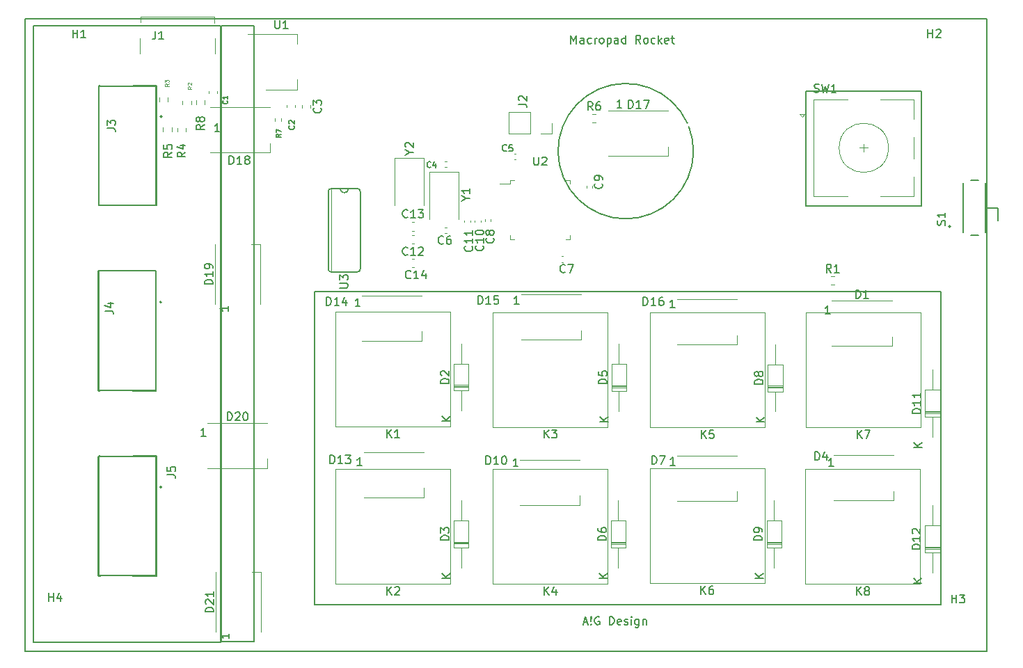
<source format=gbr>
%TF.GenerationSoftware,KiCad,Pcbnew,(6.0.10)*%
%TF.CreationDate,2023-02-08T22:59:09+05:30*%
%TF.ProjectId,macrokeypad13,6d616372-6f6b-4657-9970-616431332e6b,rev?*%
%TF.SameCoordinates,Original*%
%TF.FileFunction,Legend,Top*%
%TF.FilePolarity,Positive*%
%FSLAX46Y46*%
G04 Gerber Fmt 4.6, Leading zero omitted, Abs format (unit mm)*
G04 Created by KiCad (PCBNEW (6.0.10)) date 2023-02-08 22:59:09*
%MOMM*%
%LPD*%
G01*
G04 APERTURE LIST*
%ADD10C,0.150000*%
%ADD11C,0.125000*%
%ADD12C,0.120000*%
%ADD13C,0.127000*%
%ADD14C,0.200000*%
%ADD15C,0.152400*%
%ADD16C,0.050800*%
G04 APERTURE END LIST*
D10*
X28050000Y-99660000D02*
X50750000Y-99660000D01*
X50750000Y-99660000D02*
X50750000Y-24670000D01*
X50750000Y-24670000D02*
X28050000Y-24670000D01*
X28050000Y-24670000D02*
X28050000Y-99660000D01*
X107566969Y-36467386D02*
G75*
G03*
X107749999Y-36900000I-7486969J-3422614D01*
G01*
X42900000Y-68970000D02*
X35930000Y-68970000D01*
X35930000Y-68970000D02*
X35930000Y-54470000D01*
X35930000Y-54470000D02*
X42900000Y-54470000D01*
X42900000Y-54470000D02*
X42900000Y-68970000D01*
X50870000Y-99580000D02*
X54870000Y-99580000D01*
X54870000Y-99580000D02*
X54870000Y-24610000D01*
X54870000Y-24610000D02*
X50870000Y-24610000D01*
X50870000Y-24610000D02*
X50870000Y-99580000D01*
X26990000Y-23770000D02*
X143990000Y-23770000D01*
X143990000Y-23770000D02*
X143990000Y-100770000D01*
X143990000Y-100770000D02*
X26990000Y-100770000D01*
X26990000Y-100770000D02*
X26990000Y-23770000D01*
X35910000Y-91530000D02*
X42930000Y-91530000D01*
X42930000Y-91530000D02*
X42930000Y-77030000D01*
X42930000Y-77030000D02*
X35910000Y-77030000D01*
X35910000Y-77030000D02*
X35910000Y-91530000D01*
X136030000Y-32600000D02*
X122030000Y-32600000D01*
X122030000Y-32600000D02*
X122030000Y-46600000D01*
X122030000Y-46600000D02*
X136030000Y-46600000D01*
X136030000Y-46600000D02*
X136030000Y-32600000D01*
X42920000Y-46470000D02*
X35970000Y-46470000D01*
X35970000Y-46470000D02*
X35970000Y-31970000D01*
X35970000Y-31970000D02*
X42920000Y-31970000D01*
X42920000Y-31970000D02*
X42920000Y-46470000D01*
X138440000Y-95080000D02*
X62240000Y-95080000D01*
X62240000Y-95080000D02*
X62240000Y-56980000D01*
X62240000Y-56980000D02*
X138440000Y-56980000D01*
X138440000Y-56980000D02*
X138440000Y-95080000D01*
X93405714Y-26802380D02*
X93405714Y-25802380D01*
X93739047Y-26516666D01*
X94072380Y-25802380D01*
X94072380Y-26802380D01*
X94977142Y-26802380D02*
X94977142Y-26278571D01*
X94929523Y-26183333D01*
X94834285Y-26135714D01*
X94643809Y-26135714D01*
X94548571Y-26183333D01*
X94977142Y-26754761D02*
X94881904Y-26802380D01*
X94643809Y-26802380D01*
X94548571Y-26754761D01*
X94500952Y-26659523D01*
X94500952Y-26564285D01*
X94548571Y-26469047D01*
X94643809Y-26421428D01*
X94881904Y-26421428D01*
X94977142Y-26373809D01*
X95881904Y-26754761D02*
X95786666Y-26802380D01*
X95596190Y-26802380D01*
X95500952Y-26754761D01*
X95453333Y-26707142D01*
X95405714Y-26611904D01*
X95405714Y-26326190D01*
X95453333Y-26230952D01*
X95500952Y-26183333D01*
X95596190Y-26135714D01*
X95786666Y-26135714D01*
X95881904Y-26183333D01*
X96310476Y-26802380D02*
X96310476Y-26135714D01*
X96310476Y-26326190D02*
X96358095Y-26230952D01*
X96405714Y-26183333D01*
X96500952Y-26135714D01*
X96596190Y-26135714D01*
X97072380Y-26802380D02*
X96977142Y-26754761D01*
X96929523Y-26707142D01*
X96881904Y-26611904D01*
X96881904Y-26326190D01*
X96929523Y-26230952D01*
X96977142Y-26183333D01*
X97072380Y-26135714D01*
X97215238Y-26135714D01*
X97310476Y-26183333D01*
X97358095Y-26230952D01*
X97405714Y-26326190D01*
X97405714Y-26611904D01*
X97358095Y-26707142D01*
X97310476Y-26754761D01*
X97215238Y-26802380D01*
X97072380Y-26802380D01*
X97834285Y-26135714D02*
X97834285Y-27135714D01*
X97834285Y-26183333D02*
X97929523Y-26135714D01*
X98120000Y-26135714D01*
X98215238Y-26183333D01*
X98262857Y-26230952D01*
X98310476Y-26326190D01*
X98310476Y-26611904D01*
X98262857Y-26707142D01*
X98215238Y-26754761D01*
X98120000Y-26802380D01*
X97929523Y-26802380D01*
X97834285Y-26754761D01*
X99167619Y-26802380D02*
X99167619Y-26278571D01*
X99120000Y-26183333D01*
X99024761Y-26135714D01*
X98834285Y-26135714D01*
X98739047Y-26183333D01*
X99167619Y-26754761D02*
X99072380Y-26802380D01*
X98834285Y-26802380D01*
X98739047Y-26754761D01*
X98691428Y-26659523D01*
X98691428Y-26564285D01*
X98739047Y-26469047D01*
X98834285Y-26421428D01*
X99072380Y-26421428D01*
X99167619Y-26373809D01*
X100072380Y-26802380D02*
X100072380Y-25802380D01*
X100072380Y-26754761D02*
X99977142Y-26802380D01*
X99786666Y-26802380D01*
X99691428Y-26754761D01*
X99643809Y-26707142D01*
X99596190Y-26611904D01*
X99596190Y-26326190D01*
X99643809Y-26230952D01*
X99691428Y-26183333D01*
X99786666Y-26135714D01*
X99977142Y-26135714D01*
X100072380Y-26183333D01*
X101881904Y-26802380D02*
X101548571Y-26326190D01*
X101310476Y-26802380D02*
X101310476Y-25802380D01*
X101691428Y-25802380D01*
X101786666Y-25850000D01*
X101834285Y-25897619D01*
X101881904Y-25992857D01*
X101881904Y-26135714D01*
X101834285Y-26230952D01*
X101786666Y-26278571D01*
X101691428Y-26326190D01*
X101310476Y-26326190D01*
X102453333Y-26802380D02*
X102358095Y-26754761D01*
X102310476Y-26707142D01*
X102262857Y-26611904D01*
X102262857Y-26326190D01*
X102310476Y-26230952D01*
X102358095Y-26183333D01*
X102453333Y-26135714D01*
X102596190Y-26135714D01*
X102691428Y-26183333D01*
X102739047Y-26230952D01*
X102786666Y-26326190D01*
X102786666Y-26611904D01*
X102739047Y-26707142D01*
X102691428Y-26754761D01*
X102596190Y-26802380D01*
X102453333Y-26802380D01*
X103643809Y-26754761D02*
X103548571Y-26802380D01*
X103358095Y-26802380D01*
X103262857Y-26754761D01*
X103215238Y-26707142D01*
X103167619Y-26611904D01*
X103167619Y-26326190D01*
X103215238Y-26230952D01*
X103262857Y-26183333D01*
X103358095Y-26135714D01*
X103548571Y-26135714D01*
X103643809Y-26183333D01*
X104072380Y-26802380D02*
X104072380Y-25802380D01*
X104167619Y-26421428D02*
X104453333Y-26802380D01*
X104453333Y-26135714D02*
X104072380Y-26516666D01*
X105262857Y-26754761D02*
X105167619Y-26802380D01*
X104977142Y-26802380D01*
X104881904Y-26754761D01*
X104834285Y-26659523D01*
X104834285Y-26278571D01*
X104881904Y-26183333D01*
X104977142Y-26135714D01*
X105167619Y-26135714D01*
X105262857Y-26183333D01*
X105310476Y-26278571D01*
X105310476Y-26373809D01*
X104834285Y-26469047D01*
X105596190Y-26135714D02*
X105977142Y-26135714D01*
X105739047Y-25802380D02*
X105739047Y-26659523D01*
X105786666Y-26754761D01*
X105881904Y-26802380D01*
X105977142Y-26802380D01*
X94956666Y-97226666D02*
X95432857Y-97226666D01*
X94861428Y-97512380D02*
X95194761Y-96512380D01*
X95528095Y-97512380D01*
X95861428Y-97417142D02*
X95909047Y-97464761D01*
X95861428Y-97512380D01*
X95813809Y-97464761D01*
X95861428Y-97417142D01*
X95861428Y-97512380D01*
X95861428Y-97131428D02*
X95813809Y-96560000D01*
X95861428Y-96512380D01*
X95909047Y-96560000D01*
X95861428Y-97131428D01*
X95861428Y-96512380D01*
X96861428Y-96560000D02*
X96766190Y-96512380D01*
X96623333Y-96512380D01*
X96480476Y-96560000D01*
X96385238Y-96655238D01*
X96337619Y-96750476D01*
X96290000Y-96940952D01*
X96290000Y-97083809D01*
X96337619Y-97274285D01*
X96385238Y-97369523D01*
X96480476Y-97464761D01*
X96623333Y-97512380D01*
X96718571Y-97512380D01*
X96861428Y-97464761D01*
X96909047Y-97417142D01*
X96909047Y-97083809D01*
X96718571Y-97083809D01*
X98099523Y-97512380D02*
X98099523Y-96512380D01*
X98337619Y-96512380D01*
X98480476Y-96560000D01*
X98575714Y-96655238D01*
X98623333Y-96750476D01*
X98670952Y-96940952D01*
X98670952Y-97083809D01*
X98623333Y-97274285D01*
X98575714Y-97369523D01*
X98480476Y-97464761D01*
X98337619Y-97512380D01*
X98099523Y-97512380D01*
X99480476Y-97464761D02*
X99385238Y-97512380D01*
X99194761Y-97512380D01*
X99099523Y-97464761D01*
X99051904Y-97369523D01*
X99051904Y-96988571D01*
X99099523Y-96893333D01*
X99194761Y-96845714D01*
X99385238Y-96845714D01*
X99480476Y-96893333D01*
X99528095Y-96988571D01*
X99528095Y-97083809D01*
X99051904Y-97179047D01*
X99909047Y-97464761D02*
X100004285Y-97512380D01*
X100194761Y-97512380D01*
X100290000Y-97464761D01*
X100337619Y-97369523D01*
X100337619Y-97321904D01*
X100290000Y-97226666D01*
X100194761Y-97179047D01*
X100051904Y-97179047D01*
X99956666Y-97131428D01*
X99909047Y-97036190D01*
X99909047Y-96988571D01*
X99956666Y-96893333D01*
X100051904Y-96845714D01*
X100194761Y-96845714D01*
X100290000Y-96893333D01*
X100766190Y-97512380D02*
X100766190Y-96845714D01*
X100766190Y-96512380D02*
X100718571Y-96560000D01*
X100766190Y-96607619D01*
X100813809Y-96560000D01*
X100766190Y-96512380D01*
X100766190Y-96607619D01*
X101670952Y-96845714D02*
X101670952Y-97655238D01*
X101623333Y-97750476D01*
X101575714Y-97798095D01*
X101480476Y-97845714D01*
X101337619Y-97845714D01*
X101242380Y-97798095D01*
X101670952Y-97464761D02*
X101575714Y-97512380D01*
X101385238Y-97512380D01*
X101290000Y-97464761D01*
X101242380Y-97417142D01*
X101194761Y-97321904D01*
X101194761Y-97036190D01*
X101242380Y-96940952D01*
X101290000Y-96893333D01*
X101385238Y-96845714D01*
X101575714Y-96845714D01*
X101670952Y-96893333D01*
X102147142Y-96845714D02*
X102147142Y-97512380D01*
X102147142Y-96940952D02*
X102194761Y-96893333D01*
X102290000Y-96845714D01*
X102432857Y-96845714D01*
X102528095Y-96893333D01*
X102575714Y-96988571D01*
X102575714Y-97512380D01*
%TO.C,R4*%
X46512380Y-40016666D02*
X46036190Y-40350000D01*
X46512380Y-40588095D02*
X45512380Y-40588095D01*
X45512380Y-40207142D01*
X45560000Y-40111904D01*
X45607619Y-40064285D01*
X45702857Y-40016666D01*
X45845714Y-40016666D01*
X45940952Y-40064285D01*
X45988571Y-40111904D01*
X46036190Y-40207142D01*
X46036190Y-40588095D01*
X45845714Y-39159523D02*
X46512380Y-39159523D01*
X45464761Y-39397619D02*
X46179047Y-39635714D01*
X46179047Y-39016666D01*
%TO.C,D4*%
X123091904Y-77482380D02*
X123091904Y-76482380D01*
X123330000Y-76482380D01*
X123472857Y-76530000D01*
X123568095Y-76625238D01*
X123615714Y-76720476D01*
X123663333Y-76910952D01*
X123663333Y-77053809D01*
X123615714Y-77244285D01*
X123568095Y-77339523D01*
X123472857Y-77434761D01*
X123330000Y-77482380D01*
X123091904Y-77482380D01*
X124520476Y-76815714D02*
X124520476Y-77482380D01*
X124282380Y-76434761D02*
X124044285Y-77149047D01*
X124663333Y-77149047D01*
X125345714Y-78232380D02*
X124774285Y-78232380D01*
X125060000Y-78232380D02*
X125060000Y-77232380D01*
X124964761Y-77375238D01*
X124869523Y-77470476D01*
X124774285Y-77518095D01*
%TO.C,K2*%
X71031904Y-93906380D02*
X71031904Y-92906380D01*
X71603333Y-93906380D02*
X71174761Y-93334952D01*
X71603333Y-92906380D02*
X71031904Y-93477809D01*
X71984285Y-93001619D02*
X72031904Y-92954000D01*
X72127142Y-92906380D01*
X72365238Y-92906380D01*
X72460476Y-92954000D01*
X72508095Y-93001619D01*
X72555714Y-93096857D01*
X72555714Y-93192095D01*
X72508095Y-93334952D01*
X71936666Y-93906380D01*
X72555714Y-93906380D01*
%TO.C,K4*%
X90161904Y-93916380D02*
X90161904Y-92916380D01*
X90733333Y-93916380D02*
X90304761Y-93344952D01*
X90733333Y-92916380D02*
X90161904Y-93487809D01*
X91590476Y-93249714D02*
X91590476Y-93916380D01*
X91352380Y-92868761D02*
X91114285Y-93583047D01*
X91733333Y-93583047D01*
%TO.C,K5*%
X109291904Y-74836380D02*
X109291904Y-73836380D01*
X109863333Y-74836380D02*
X109434761Y-74264952D01*
X109863333Y-73836380D02*
X109291904Y-74407809D01*
X110768095Y-73836380D02*
X110291904Y-73836380D01*
X110244285Y-74312571D01*
X110291904Y-74264952D01*
X110387142Y-74217333D01*
X110625238Y-74217333D01*
X110720476Y-74264952D01*
X110768095Y-74312571D01*
X110815714Y-74407809D01*
X110815714Y-74645904D01*
X110768095Y-74741142D01*
X110720476Y-74788761D01*
X110625238Y-74836380D01*
X110387142Y-74836380D01*
X110291904Y-74788761D01*
X110244285Y-74741142D01*
%TO.C,R6*%
X96058333Y-34902380D02*
X95725000Y-34426190D01*
X95486904Y-34902380D02*
X95486904Y-33902380D01*
X95867857Y-33902380D01*
X95963095Y-33950000D01*
X96010714Y-33997619D01*
X96058333Y-34092857D01*
X96058333Y-34235714D01*
X96010714Y-34330952D01*
X95963095Y-34378571D01*
X95867857Y-34426190D01*
X95486904Y-34426190D01*
X96915476Y-33902380D02*
X96725000Y-33902380D01*
X96629761Y-33950000D01*
X96582142Y-33997619D01*
X96486904Y-34140476D01*
X96439285Y-34330952D01*
X96439285Y-34711904D01*
X96486904Y-34807142D01*
X96534523Y-34854761D01*
X96629761Y-34902380D01*
X96820238Y-34902380D01*
X96915476Y-34854761D01*
X96963095Y-34807142D01*
X97010714Y-34711904D01*
X97010714Y-34473809D01*
X96963095Y-34378571D01*
X96915476Y-34330952D01*
X96820238Y-34283333D01*
X96629761Y-34283333D01*
X96534523Y-34330952D01*
X96486904Y-34378571D01*
X96439285Y-34473809D01*
%TO.C,U2*%
X88898095Y-40602380D02*
X88898095Y-41411904D01*
X88945714Y-41507142D01*
X88993333Y-41554761D01*
X89088571Y-41602380D01*
X89279047Y-41602380D01*
X89374285Y-41554761D01*
X89421904Y-41507142D01*
X89469523Y-41411904D01*
X89469523Y-40602380D01*
X89898095Y-40697619D02*
X89945714Y-40650000D01*
X90040952Y-40602380D01*
X90279047Y-40602380D01*
X90374285Y-40650000D01*
X90421904Y-40697619D01*
X90469523Y-40792857D01*
X90469523Y-40888095D01*
X90421904Y-41030952D01*
X89850476Y-41602380D01*
X90469523Y-41602380D01*
%TO.C,K1*%
X71021904Y-74776380D02*
X71021904Y-73776380D01*
X71593333Y-74776380D02*
X71164761Y-74204952D01*
X71593333Y-73776380D02*
X71021904Y-74347809D01*
X72545714Y-74776380D02*
X71974285Y-74776380D01*
X72260000Y-74776380D02*
X72260000Y-73776380D01*
X72164761Y-73919238D01*
X72069523Y-74014476D01*
X71974285Y-74062095D01*
%TO.C,S1*%
X138911949Y-48897363D02*
X138959579Y-48754473D01*
X138959579Y-48516324D01*
X138911949Y-48421064D01*
X138864319Y-48373434D01*
X138769059Y-48325804D01*
X138673799Y-48325804D01*
X138578539Y-48373434D01*
X138530909Y-48421064D01*
X138483280Y-48516324D01*
X138435650Y-48706843D01*
X138388020Y-48802103D01*
X138340390Y-48849733D01*
X138245130Y-48897363D01*
X138149870Y-48897363D01*
X138054610Y-48849733D01*
X138006981Y-48802103D01*
X137959351Y-48706843D01*
X137959351Y-48468694D01*
X138006981Y-48325804D01*
X138959579Y-47373206D02*
X138959579Y-47944765D01*
X138959579Y-47658985D02*
X137959351Y-47658985D01*
X138102240Y-47754245D01*
X138197500Y-47849505D01*
X138245130Y-47944765D01*
%TO.C,D14*%
X63685714Y-58662380D02*
X63685714Y-57662380D01*
X63923809Y-57662380D01*
X64066666Y-57710000D01*
X64161904Y-57805238D01*
X64209523Y-57900476D01*
X64257142Y-58090952D01*
X64257142Y-58233809D01*
X64209523Y-58424285D01*
X64161904Y-58519523D01*
X64066666Y-58614761D01*
X63923809Y-58662380D01*
X63685714Y-58662380D01*
X65209523Y-58662380D02*
X64638095Y-58662380D01*
X64923809Y-58662380D02*
X64923809Y-57662380D01*
X64828571Y-57805238D01*
X64733333Y-57900476D01*
X64638095Y-57948095D01*
X66066666Y-57995714D02*
X66066666Y-58662380D01*
X65828571Y-57614761D02*
X65590476Y-58329047D01*
X66209523Y-58329047D01*
X67755714Y-58782380D02*
X67184285Y-58782380D01*
X67470000Y-58782380D02*
X67470000Y-57782380D01*
X67374761Y-57925238D01*
X67279523Y-58020476D01*
X67184285Y-58068095D01*
%TO.C,D2*%
X78582380Y-68138095D02*
X77582380Y-68138095D01*
X77582380Y-67900000D01*
X77630000Y-67757142D01*
X77725238Y-67661904D01*
X77820476Y-67614285D01*
X78010952Y-67566666D01*
X78153809Y-67566666D01*
X78344285Y-67614285D01*
X78439523Y-67661904D01*
X78534761Y-67757142D01*
X78582380Y-67900000D01*
X78582380Y-68138095D01*
X77677619Y-67185714D02*
X77630000Y-67138095D01*
X77582380Y-67042857D01*
X77582380Y-66804761D01*
X77630000Y-66709523D01*
X77677619Y-66661904D01*
X77772857Y-66614285D01*
X77868095Y-66614285D01*
X78010952Y-66661904D01*
X78582380Y-67233333D01*
X78582380Y-66614285D01*
X78752380Y-72741904D02*
X77752380Y-72741904D01*
X78752380Y-72170476D02*
X78180952Y-72599047D01*
X77752380Y-72170476D02*
X78323809Y-72741904D01*
%TO.C,C6*%
X77903333Y-51127142D02*
X77855714Y-51174761D01*
X77712857Y-51222380D01*
X77617619Y-51222380D01*
X77474761Y-51174761D01*
X77379523Y-51079523D01*
X77331904Y-50984285D01*
X77284285Y-50793809D01*
X77284285Y-50650952D01*
X77331904Y-50460476D01*
X77379523Y-50365238D01*
X77474761Y-50270000D01*
X77617619Y-50222380D01*
X77712857Y-50222380D01*
X77855714Y-50270000D01*
X77903333Y-50317619D01*
X78760476Y-50222380D02*
X78570000Y-50222380D01*
X78474761Y-50270000D01*
X78427142Y-50317619D01*
X78331904Y-50460476D01*
X78284285Y-50650952D01*
X78284285Y-51031904D01*
X78331904Y-51127142D01*
X78379523Y-51174761D01*
X78474761Y-51222380D01*
X78665238Y-51222380D01*
X78760476Y-51174761D01*
X78808095Y-51127142D01*
X78855714Y-51031904D01*
X78855714Y-50793809D01*
X78808095Y-50698571D01*
X78760476Y-50650952D01*
X78665238Y-50603333D01*
X78474761Y-50603333D01*
X78379523Y-50650952D01*
X78331904Y-50698571D01*
X78284285Y-50793809D01*
%TO.C,D13*%
X64115714Y-77902380D02*
X64115714Y-76902380D01*
X64353809Y-76902380D01*
X64496666Y-76950000D01*
X64591904Y-77045238D01*
X64639523Y-77140476D01*
X64687142Y-77330952D01*
X64687142Y-77473809D01*
X64639523Y-77664285D01*
X64591904Y-77759523D01*
X64496666Y-77854761D01*
X64353809Y-77902380D01*
X64115714Y-77902380D01*
X65639523Y-77902380D02*
X65068095Y-77902380D01*
X65353809Y-77902380D02*
X65353809Y-76902380D01*
X65258571Y-77045238D01*
X65163333Y-77140476D01*
X65068095Y-77188095D01*
X65972857Y-76902380D02*
X66591904Y-76902380D01*
X66258571Y-77283333D01*
X66401428Y-77283333D01*
X66496666Y-77330952D01*
X66544285Y-77378571D01*
X66591904Y-77473809D01*
X66591904Y-77711904D01*
X66544285Y-77807142D01*
X66496666Y-77854761D01*
X66401428Y-77902380D01*
X66115714Y-77902380D01*
X66020476Y-77854761D01*
X65972857Y-77807142D01*
X67985714Y-78142380D02*
X67414285Y-78142380D01*
X67700000Y-78142380D02*
X67700000Y-77142380D01*
X67604761Y-77285238D01*
X67509523Y-77380476D01*
X67414285Y-77428095D01*
D11*
%TO.C,R2*%
X47276190Y-32033333D02*
X47038095Y-32200000D01*
X47276190Y-32319047D02*
X46776190Y-32319047D01*
X46776190Y-32128571D01*
X46800000Y-32080952D01*
X46823809Y-32057142D01*
X46871428Y-32033333D01*
X46942857Y-32033333D01*
X46990476Y-32057142D01*
X47014285Y-32080952D01*
X47038095Y-32128571D01*
X47038095Y-32319047D01*
X46823809Y-31842857D02*
X46800000Y-31819047D01*
X46776190Y-31771428D01*
X46776190Y-31652380D01*
X46800000Y-31604761D01*
X46823809Y-31580952D01*
X46871428Y-31557142D01*
X46919047Y-31557142D01*
X46990476Y-31580952D01*
X47276190Y-31866666D01*
X47276190Y-31557142D01*
D10*
%TO.C,D21*%
X49942380Y-95954285D02*
X48942380Y-95954285D01*
X48942380Y-95716190D01*
X48990000Y-95573333D01*
X49085238Y-95478095D01*
X49180476Y-95430476D01*
X49370952Y-95382857D01*
X49513809Y-95382857D01*
X49704285Y-95430476D01*
X49799523Y-95478095D01*
X49894761Y-95573333D01*
X49942380Y-95716190D01*
X49942380Y-95954285D01*
X49037619Y-95001904D02*
X48990000Y-94954285D01*
X48942380Y-94859047D01*
X48942380Y-94620952D01*
X48990000Y-94525714D01*
X49037619Y-94478095D01*
X49132857Y-94430476D01*
X49228095Y-94430476D01*
X49370952Y-94478095D01*
X49942380Y-95049523D01*
X49942380Y-94430476D01*
X49942380Y-93478095D02*
X49942380Y-94049523D01*
X49942380Y-93763809D02*
X48942380Y-93763809D01*
X49085238Y-93859047D01*
X49180476Y-93954285D01*
X49228095Y-94049523D01*
X51842380Y-98604285D02*
X51842380Y-99175714D01*
X51842380Y-98890000D02*
X50842380Y-98890000D01*
X50985238Y-98985238D01*
X51080476Y-99080476D01*
X51128095Y-99175714D01*
%TO.C,H4*%
X29868095Y-94662380D02*
X29868095Y-93662380D01*
X29868095Y-94138571D02*
X30439523Y-94138571D01*
X30439523Y-94662380D02*
X30439523Y-93662380D01*
X31344285Y-93995714D02*
X31344285Y-94662380D01*
X31106190Y-93614761D02*
X30868095Y-94329047D01*
X31487142Y-94329047D01*
%TO.C,C14*%
X73919748Y-55306012D02*
X73872129Y-55353631D01*
X73729272Y-55401250D01*
X73634034Y-55401250D01*
X73491177Y-55353631D01*
X73395939Y-55258393D01*
X73348320Y-55163155D01*
X73300701Y-54972679D01*
X73300701Y-54829822D01*
X73348320Y-54639346D01*
X73395939Y-54544108D01*
X73491177Y-54448870D01*
X73634034Y-54401250D01*
X73729272Y-54401250D01*
X73872129Y-54448870D01*
X73919748Y-54496489D01*
X74872129Y-55401250D02*
X74300701Y-55401250D01*
X74586415Y-55401250D02*
X74586415Y-54401250D01*
X74491177Y-54544108D01*
X74395939Y-54639346D01*
X74300701Y-54686965D01*
X75729272Y-54734584D02*
X75729272Y-55401250D01*
X75491177Y-54353631D02*
X75253082Y-55067917D01*
X75872129Y-55067917D01*
%TO.C,R1*%
X125078333Y-54652380D02*
X124745000Y-54176190D01*
X124506904Y-54652380D02*
X124506904Y-53652380D01*
X124887857Y-53652380D01*
X124983095Y-53700000D01*
X125030714Y-53747619D01*
X125078333Y-53842857D01*
X125078333Y-53985714D01*
X125030714Y-54080952D01*
X124983095Y-54128571D01*
X124887857Y-54176190D01*
X124506904Y-54176190D01*
X126030714Y-54652380D02*
X125459285Y-54652380D01*
X125745000Y-54652380D02*
X125745000Y-53652380D01*
X125649761Y-53795238D01*
X125554523Y-53890476D01*
X125459285Y-53938095D01*
%TO.C,K6*%
X109251904Y-93826380D02*
X109251904Y-92826380D01*
X109823333Y-93826380D02*
X109394761Y-93254952D01*
X109823333Y-92826380D02*
X109251904Y-93397809D01*
X110680476Y-92826380D02*
X110490000Y-92826380D01*
X110394761Y-92874000D01*
X110347142Y-92921619D01*
X110251904Y-93064476D01*
X110204285Y-93254952D01*
X110204285Y-93635904D01*
X110251904Y-93731142D01*
X110299523Y-93778761D01*
X110394761Y-93826380D01*
X110585238Y-93826380D01*
X110680476Y-93778761D01*
X110728095Y-93731142D01*
X110775714Y-93635904D01*
X110775714Y-93397809D01*
X110728095Y-93302571D01*
X110680476Y-93254952D01*
X110585238Y-93207333D01*
X110394761Y-93207333D01*
X110299523Y-93254952D01*
X110251904Y-93302571D01*
X110204285Y-93397809D01*
%TO.C,J4*%
X36712380Y-59323333D02*
X37426666Y-59323333D01*
X37569523Y-59370952D01*
X37664761Y-59466190D01*
X37712380Y-59609047D01*
X37712380Y-59704285D01*
X37045714Y-58418571D02*
X37712380Y-58418571D01*
X36664761Y-58656666D02*
X37379047Y-58894761D01*
X37379047Y-58275714D01*
%TO.C,Y1*%
X80646190Y-45616190D02*
X81122380Y-45616190D01*
X80122380Y-45949523D02*
X80646190Y-45616190D01*
X80122380Y-45282857D01*
X81122380Y-44425714D02*
X81122380Y-44997142D01*
X81122380Y-44711428D02*
X80122380Y-44711428D01*
X80265238Y-44806666D01*
X80360476Y-44901904D01*
X80408095Y-44997142D01*
%TO.C,D20*%
X51625714Y-72662380D02*
X51625714Y-71662380D01*
X51863809Y-71662380D01*
X52006666Y-71710000D01*
X52101904Y-71805238D01*
X52149523Y-71900476D01*
X52197142Y-72090952D01*
X52197142Y-72233809D01*
X52149523Y-72424285D01*
X52101904Y-72519523D01*
X52006666Y-72614761D01*
X51863809Y-72662380D01*
X51625714Y-72662380D01*
X52578095Y-71757619D02*
X52625714Y-71710000D01*
X52720952Y-71662380D01*
X52959047Y-71662380D01*
X53054285Y-71710000D01*
X53101904Y-71757619D01*
X53149523Y-71852857D01*
X53149523Y-71948095D01*
X53101904Y-72090952D01*
X52530476Y-72662380D01*
X53149523Y-72662380D01*
X53768571Y-71662380D02*
X53863809Y-71662380D01*
X53959047Y-71710000D01*
X54006666Y-71757619D01*
X54054285Y-71852857D01*
X54101904Y-72043333D01*
X54101904Y-72281428D01*
X54054285Y-72471904D01*
X54006666Y-72567142D01*
X53959047Y-72614761D01*
X53863809Y-72662380D01*
X53768571Y-72662380D01*
X53673333Y-72614761D01*
X53625714Y-72567142D01*
X53578095Y-72471904D01*
X53530476Y-72281428D01*
X53530476Y-72043333D01*
X53578095Y-71852857D01*
X53625714Y-71757619D01*
X53673333Y-71710000D01*
X53768571Y-71662380D01*
X48975714Y-74562380D02*
X48404285Y-74562380D01*
X48690000Y-74562380D02*
X48690000Y-73562380D01*
X48594761Y-73705238D01*
X48499523Y-73800476D01*
X48404285Y-73848095D01*
%TO.C,J1*%
X42853480Y-25272849D02*
X42853480Y-25987135D01*
X42805861Y-26129992D01*
X42710623Y-26225230D01*
X42567766Y-26272849D01*
X42472528Y-26272849D01*
X43853480Y-26272849D02*
X43282052Y-26272849D01*
X43567766Y-26272849D02*
X43567766Y-25272849D01*
X43472528Y-25415707D01*
X43377290Y-25510945D01*
X43282052Y-25558564D01*
%TO.C,C3*%
X62957142Y-34626666D02*
X63004761Y-34674285D01*
X63052380Y-34817142D01*
X63052380Y-34912380D01*
X63004761Y-35055238D01*
X62909523Y-35150476D01*
X62814285Y-35198095D01*
X62623809Y-35245714D01*
X62480952Y-35245714D01*
X62290476Y-35198095D01*
X62195238Y-35150476D01*
X62100000Y-35055238D01*
X62052380Y-34912380D01*
X62052380Y-34817142D01*
X62100000Y-34674285D01*
X62147619Y-34626666D01*
X62052380Y-34293333D02*
X62052380Y-33674285D01*
X62433333Y-34007619D01*
X62433333Y-33864761D01*
X62480952Y-33769523D01*
X62528571Y-33721904D01*
X62623809Y-33674285D01*
X62861904Y-33674285D01*
X62957142Y-33721904D01*
X63004761Y-33769523D01*
X63052380Y-33864761D01*
X63052380Y-34150476D01*
X63004761Y-34245714D01*
X62957142Y-34293333D01*
%TO.C,C1*%
X51594285Y-33740000D02*
X51622857Y-33768571D01*
X51651428Y-33854285D01*
X51651428Y-33911428D01*
X51622857Y-33997142D01*
X51565714Y-34054285D01*
X51508571Y-34082857D01*
X51394285Y-34111428D01*
X51308571Y-34111428D01*
X51194285Y-34082857D01*
X51137142Y-34054285D01*
X51080000Y-33997142D01*
X51051428Y-33911428D01*
X51051428Y-33854285D01*
X51080000Y-33768571D01*
X51108571Y-33740000D01*
X51651428Y-33168571D02*
X51651428Y-33511428D01*
X51651428Y-33340000D02*
X51051428Y-33340000D01*
X51137142Y-33397142D01*
X51194285Y-33454285D01*
X51222857Y-33511428D01*
%TO.C,C7*%
X92713333Y-54587142D02*
X92665714Y-54634761D01*
X92522857Y-54682380D01*
X92427619Y-54682380D01*
X92284761Y-54634761D01*
X92189523Y-54539523D01*
X92141904Y-54444285D01*
X92094285Y-54253809D01*
X92094285Y-54110952D01*
X92141904Y-53920476D01*
X92189523Y-53825238D01*
X92284761Y-53730000D01*
X92427619Y-53682380D01*
X92522857Y-53682380D01*
X92665714Y-53730000D01*
X92713333Y-53777619D01*
X93046666Y-53682380D02*
X93713333Y-53682380D01*
X93284761Y-54682380D01*
%TO.C,D9*%
X116672380Y-87238095D02*
X115672380Y-87238095D01*
X115672380Y-87000000D01*
X115720000Y-86857142D01*
X115815238Y-86761904D01*
X115910476Y-86714285D01*
X116100952Y-86666666D01*
X116243809Y-86666666D01*
X116434285Y-86714285D01*
X116529523Y-86761904D01*
X116624761Y-86857142D01*
X116672380Y-87000000D01*
X116672380Y-87238095D01*
X116672380Y-86190476D02*
X116672380Y-86000000D01*
X116624761Y-85904761D01*
X116577142Y-85857142D01*
X116434285Y-85761904D01*
X116243809Y-85714285D01*
X115862857Y-85714285D01*
X115767619Y-85761904D01*
X115720000Y-85809523D01*
X115672380Y-85904761D01*
X115672380Y-86095238D01*
X115720000Y-86190476D01*
X115767619Y-86238095D01*
X115862857Y-86285714D01*
X116100952Y-86285714D01*
X116196190Y-86238095D01*
X116243809Y-86190476D01*
X116291428Y-86095238D01*
X116291428Y-85904761D01*
X116243809Y-85809523D01*
X116196190Y-85761904D01*
X116100952Y-85714285D01*
X116842380Y-91841904D02*
X115842380Y-91841904D01*
X116842380Y-91270476D02*
X116270952Y-91699047D01*
X115842380Y-91270476D02*
X116413809Y-91841904D01*
%TO.C,R5*%
X44872380Y-40026666D02*
X44396190Y-40360000D01*
X44872380Y-40598095D02*
X43872380Y-40598095D01*
X43872380Y-40217142D01*
X43920000Y-40121904D01*
X43967619Y-40074285D01*
X44062857Y-40026666D01*
X44205714Y-40026666D01*
X44300952Y-40074285D01*
X44348571Y-40121904D01*
X44396190Y-40217142D01*
X44396190Y-40598095D01*
X43872380Y-39121904D02*
X43872380Y-39598095D01*
X44348571Y-39645714D01*
X44300952Y-39598095D01*
X44253333Y-39502857D01*
X44253333Y-39264761D01*
X44300952Y-39169523D01*
X44348571Y-39121904D01*
X44443809Y-39074285D01*
X44681904Y-39074285D01*
X44777142Y-39121904D01*
X44824761Y-39169523D01*
X44872380Y-39264761D01*
X44872380Y-39502857D01*
X44824761Y-39598095D01*
X44777142Y-39645714D01*
%TO.C,H2*%
X136848095Y-26072380D02*
X136848095Y-25072380D01*
X136848095Y-25548571D02*
X137419523Y-25548571D01*
X137419523Y-26072380D02*
X137419523Y-25072380D01*
X137848095Y-25167619D02*
X137895714Y-25120000D01*
X137990952Y-25072380D01*
X138229047Y-25072380D01*
X138324285Y-25120000D01*
X138371904Y-25167619D01*
X138419523Y-25262857D01*
X138419523Y-25358095D01*
X138371904Y-25500952D01*
X137800476Y-26072380D01*
X138419523Y-26072380D01*
%TO.C,SW1*%
X123008315Y-32690395D02*
X123151172Y-32738014D01*
X123389268Y-32738014D01*
X123484506Y-32690395D01*
X123532125Y-32642776D01*
X123579744Y-32547538D01*
X123579744Y-32452300D01*
X123532125Y-32357062D01*
X123484506Y-32309443D01*
X123389268Y-32261824D01*
X123198791Y-32214205D01*
X123103553Y-32166586D01*
X123055934Y-32118967D01*
X123008315Y-32023729D01*
X123008315Y-31928491D01*
X123055934Y-31833253D01*
X123103553Y-31785634D01*
X123198791Y-31738014D01*
X123436887Y-31738014D01*
X123579744Y-31785634D01*
X123913077Y-31738014D02*
X124151172Y-32738014D01*
X124341649Y-32023729D01*
X124532125Y-32738014D01*
X124770220Y-31738014D01*
X125674982Y-32738014D02*
X125103553Y-32738014D01*
X125389268Y-32738014D02*
X125389268Y-31738014D01*
X125294029Y-31880872D01*
X125198791Y-31976110D01*
X125103553Y-32023729D01*
%TO.C,C9*%
X97157142Y-43826666D02*
X97204761Y-43874285D01*
X97252380Y-44017142D01*
X97252380Y-44112380D01*
X97204761Y-44255238D01*
X97109523Y-44350476D01*
X97014285Y-44398095D01*
X96823809Y-44445714D01*
X96680952Y-44445714D01*
X96490476Y-44398095D01*
X96395238Y-44350476D01*
X96300000Y-44255238D01*
X96252380Y-44112380D01*
X96252380Y-44017142D01*
X96300000Y-43874285D01*
X96347619Y-43826666D01*
X97252380Y-43350476D02*
X97252380Y-43160000D01*
X97204761Y-43064761D01*
X97157142Y-43017142D01*
X97014285Y-42921904D01*
X96823809Y-42874285D01*
X96442857Y-42874285D01*
X96347619Y-42921904D01*
X96300000Y-42969523D01*
X96252380Y-43064761D01*
X96252380Y-43255238D01*
X96300000Y-43350476D01*
X96347619Y-43398095D01*
X96442857Y-43445714D01*
X96680952Y-43445714D01*
X96776190Y-43398095D01*
X96823809Y-43350476D01*
X96871428Y-43255238D01*
X96871428Y-43064761D01*
X96823809Y-42969523D01*
X96776190Y-42921904D01*
X96680952Y-42874285D01*
%TO.C,D12*%
X135912380Y-88304285D02*
X134912380Y-88304285D01*
X134912380Y-88066190D01*
X134960000Y-87923333D01*
X135055238Y-87828095D01*
X135150476Y-87780476D01*
X135340952Y-87732857D01*
X135483809Y-87732857D01*
X135674285Y-87780476D01*
X135769523Y-87828095D01*
X135864761Y-87923333D01*
X135912380Y-88066190D01*
X135912380Y-88304285D01*
X135912380Y-86780476D02*
X135912380Y-87351904D01*
X135912380Y-87066190D02*
X134912380Y-87066190D01*
X135055238Y-87161428D01*
X135150476Y-87256666D01*
X135198095Y-87351904D01*
X135007619Y-86399523D02*
X134960000Y-86351904D01*
X134912380Y-86256666D01*
X134912380Y-86018571D01*
X134960000Y-85923333D01*
X135007619Y-85875714D01*
X135102857Y-85828095D01*
X135198095Y-85828095D01*
X135340952Y-85875714D01*
X135912380Y-86447142D01*
X135912380Y-85828095D01*
X136082380Y-92431904D02*
X135082380Y-92431904D01*
X136082380Y-91860476D02*
X135510952Y-92289047D01*
X135082380Y-91860476D02*
X135653809Y-92431904D01*
%TO.C,K3*%
X90181904Y-74796380D02*
X90181904Y-73796380D01*
X90753333Y-74796380D02*
X90324761Y-74224952D01*
X90753333Y-73796380D02*
X90181904Y-74367809D01*
X91086666Y-73796380D02*
X91705714Y-73796380D01*
X91372380Y-74177333D01*
X91515238Y-74177333D01*
X91610476Y-74224952D01*
X91658095Y-74272571D01*
X91705714Y-74367809D01*
X91705714Y-74605904D01*
X91658095Y-74701142D01*
X91610476Y-74748761D01*
X91515238Y-74796380D01*
X91229523Y-74796380D01*
X91134285Y-74748761D01*
X91086666Y-74701142D01*
%TO.C,K7*%
X128251904Y-74866380D02*
X128251904Y-73866380D01*
X128823333Y-74866380D02*
X128394761Y-74294952D01*
X128823333Y-73866380D02*
X128251904Y-74437809D01*
X129156666Y-73866380D02*
X129823333Y-73866380D01*
X129394761Y-74866380D01*
%TO.C,C10*%
X82687142Y-51402857D02*
X82734761Y-51450476D01*
X82782380Y-51593333D01*
X82782380Y-51688571D01*
X82734761Y-51831428D01*
X82639523Y-51926666D01*
X82544285Y-51974285D01*
X82353809Y-52021904D01*
X82210952Y-52021904D01*
X82020476Y-51974285D01*
X81925238Y-51926666D01*
X81830000Y-51831428D01*
X81782380Y-51688571D01*
X81782380Y-51593333D01*
X81830000Y-51450476D01*
X81877619Y-51402857D01*
X82782380Y-50450476D02*
X82782380Y-51021904D01*
X82782380Y-50736190D02*
X81782380Y-50736190D01*
X81925238Y-50831428D01*
X82020476Y-50926666D01*
X82068095Y-51021904D01*
X81782380Y-49831428D02*
X81782380Y-49736190D01*
X81830000Y-49640952D01*
X81877619Y-49593333D01*
X81972857Y-49545714D01*
X82163333Y-49498095D01*
X82401428Y-49498095D01*
X82591904Y-49545714D01*
X82687142Y-49593333D01*
X82734761Y-49640952D01*
X82782380Y-49736190D01*
X82782380Y-49831428D01*
X82734761Y-49926666D01*
X82687142Y-49974285D01*
X82591904Y-50021904D01*
X82401428Y-50069523D01*
X82163333Y-50069523D01*
X81972857Y-50021904D01*
X81877619Y-49974285D01*
X81830000Y-49926666D01*
X81782380Y-49831428D01*
%TO.C,H3*%
X139748095Y-94862380D02*
X139748095Y-93862380D01*
X139748095Y-94338571D02*
X140319523Y-94338571D01*
X140319523Y-94862380D02*
X140319523Y-93862380D01*
X140700476Y-93862380D02*
X141319523Y-93862380D01*
X140986190Y-94243333D01*
X141129047Y-94243333D01*
X141224285Y-94290952D01*
X141271904Y-94338571D01*
X141319523Y-94433809D01*
X141319523Y-94671904D01*
X141271904Y-94767142D01*
X141224285Y-94814761D01*
X141129047Y-94862380D01*
X140843333Y-94862380D01*
X140748095Y-94814761D01*
X140700476Y-94767142D01*
%TO.C,R8*%
X48812380Y-36686666D02*
X48336190Y-37020000D01*
X48812380Y-37258095D02*
X47812380Y-37258095D01*
X47812380Y-36877142D01*
X47860000Y-36781904D01*
X47907619Y-36734285D01*
X48002857Y-36686666D01*
X48145714Y-36686666D01*
X48240952Y-36734285D01*
X48288571Y-36781904D01*
X48336190Y-36877142D01*
X48336190Y-37258095D01*
X48240952Y-36115238D02*
X48193333Y-36210476D01*
X48145714Y-36258095D01*
X48050476Y-36305714D01*
X48002857Y-36305714D01*
X47907619Y-36258095D01*
X47860000Y-36210476D01*
X47812380Y-36115238D01*
X47812380Y-35924761D01*
X47860000Y-35829523D01*
X47907619Y-35781904D01*
X48002857Y-35734285D01*
X48050476Y-35734285D01*
X48145714Y-35781904D01*
X48193333Y-35829523D01*
X48240952Y-35924761D01*
X48240952Y-36115238D01*
X48288571Y-36210476D01*
X48336190Y-36258095D01*
X48431428Y-36305714D01*
X48621904Y-36305714D01*
X48717142Y-36258095D01*
X48764761Y-36210476D01*
X48812380Y-36115238D01*
X48812380Y-35924761D01*
X48764761Y-35829523D01*
X48717142Y-35781904D01*
X48621904Y-35734285D01*
X48431428Y-35734285D01*
X48336190Y-35781904D01*
X48288571Y-35829523D01*
X48240952Y-35924761D01*
%TO.C,J2*%
X87032380Y-34163333D02*
X87746666Y-34163333D01*
X87889523Y-34210952D01*
X87984761Y-34306190D01*
X88032380Y-34449047D01*
X88032380Y-34544285D01*
X87127619Y-33734761D02*
X87080000Y-33687142D01*
X87032380Y-33591904D01*
X87032380Y-33353809D01*
X87080000Y-33258571D01*
X87127619Y-33210952D01*
X87222857Y-33163333D01*
X87318095Y-33163333D01*
X87460952Y-33210952D01*
X88032380Y-33782380D01*
X88032380Y-33163333D01*
%TO.C,D19*%
X49832380Y-56084285D02*
X48832380Y-56084285D01*
X48832380Y-55846190D01*
X48880000Y-55703333D01*
X48975238Y-55608095D01*
X49070476Y-55560476D01*
X49260952Y-55512857D01*
X49403809Y-55512857D01*
X49594285Y-55560476D01*
X49689523Y-55608095D01*
X49784761Y-55703333D01*
X49832380Y-55846190D01*
X49832380Y-56084285D01*
X49832380Y-54560476D02*
X49832380Y-55131904D01*
X49832380Y-54846190D02*
X48832380Y-54846190D01*
X48975238Y-54941428D01*
X49070476Y-55036666D01*
X49118095Y-55131904D01*
X49832380Y-54084285D02*
X49832380Y-53893809D01*
X49784761Y-53798571D01*
X49737142Y-53750952D01*
X49594285Y-53655714D01*
X49403809Y-53608095D01*
X49022857Y-53608095D01*
X48927619Y-53655714D01*
X48880000Y-53703333D01*
X48832380Y-53798571D01*
X48832380Y-53989047D01*
X48880000Y-54084285D01*
X48927619Y-54131904D01*
X49022857Y-54179523D01*
X49260952Y-54179523D01*
X49356190Y-54131904D01*
X49403809Y-54084285D01*
X49451428Y-53989047D01*
X49451428Y-53798571D01*
X49403809Y-53703333D01*
X49356190Y-53655714D01*
X49260952Y-53608095D01*
X51732380Y-58734285D02*
X51732380Y-59305714D01*
X51732380Y-59020000D02*
X50732380Y-59020000D01*
X50875238Y-59115238D01*
X50970476Y-59210476D01*
X51018095Y-59305714D01*
%TO.C,Y2*%
X73778796Y-40025060D02*
X74254986Y-40025060D01*
X73254986Y-40358393D02*
X73778796Y-40025060D01*
X73254986Y-39691727D01*
X73350225Y-39406012D02*
X73302606Y-39358393D01*
X73254986Y-39263155D01*
X73254986Y-39025060D01*
X73302606Y-38929822D01*
X73350225Y-38882203D01*
X73445463Y-38834584D01*
X73540701Y-38834584D01*
X73683558Y-38882203D01*
X74254986Y-39453631D01*
X74254986Y-38834584D01*
%TO.C,C2*%
X59700000Y-36816666D02*
X59733333Y-36850000D01*
X59766666Y-36950000D01*
X59766666Y-37016666D01*
X59733333Y-37116666D01*
X59666666Y-37183333D01*
X59600000Y-37216666D01*
X59466666Y-37250000D01*
X59366666Y-37250000D01*
X59233333Y-37216666D01*
X59166666Y-37183333D01*
X59100000Y-37116666D01*
X59066666Y-37016666D01*
X59066666Y-36950000D01*
X59100000Y-36850000D01*
X59133333Y-36816666D01*
X59133333Y-36550000D02*
X59100000Y-36516666D01*
X59066666Y-36450000D01*
X59066666Y-36283333D01*
X59100000Y-36216666D01*
X59133333Y-36183333D01*
X59200000Y-36150000D01*
X59266666Y-36150000D01*
X59366666Y-36183333D01*
X59766666Y-36583333D01*
X59766666Y-36150000D01*
%TO.C,D7*%
X103281904Y-77952380D02*
X103281904Y-76952380D01*
X103520000Y-76952380D01*
X103662857Y-77000000D01*
X103758095Y-77095238D01*
X103805714Y-77190476D01*
X103853333Y-77380952D01*
X103853333Y-77523809D01*
X103805714Y-77714285D01*
X103758095Y-77809523D01*
X103662857Y-77904761D01*
X103520000Y-77952380D01*
X103281904Y-77952380D01*
X104186666Y-76952380D02*
X104853333Y-76952380D01*
X104424761Y-77952380D01*
X106075714Y-78102380D02*
X105504285Y-78102380D01*
X105790000Y-78102380D02*
X105790000Y-77102380D01*
X105694761Y-77245238D01*
X105599523Y-77340476D01*
X105504285Y-77388095D01*
%TO.C,D1*%
X128071904Y-57802380D02*
X128071904Y-56802380D01*
X128310000Y-56802380D01*
X128452857Y-56850000D01*
X128548095Y-56945238D01*
X128595714Y-57040476D01*
X128643333Y-57230952D01*
X128643333Y-57373809D01*
X128595714Y-57564285D01*
X128548095Y-57659523D01*
X128452857Y-57754761D01*
X128310000Y-57802380D01*
X128071904Y-57802380D01*
X129595714Y-57802380D02*
X129024285Y-57802380D01*
X129310000Y-57802380D02*
X129310000Y-56802380D01*
X129214761Y-56945238D01*
X129119523Y-57040476D01*
X129024285Y-57088095D01*
X124945714Y-59702380D02*
X124374285Y-59702380D01*
X124660000Y-59702380D02*
X124660000Y-58702380D01*
X124564761Y-58845238D01*
X124469523Y-58940476D01*
X124374285Y-58988095D01*
%TO.C,C4*%
X76363333Y-41800000D02*
X76330000Y-41833333D01*
X76230000Y-41866666D01*
X76163333Y-41866666D01*
X76063333Y-41833333D01*
X75996666Y-41766666D01*
X75963333Y-41700000D01*
X75930000Y-41566666D01*
X75930000Y-41466666D01*
X75963333Y-41333333D01*
X75996666Y-41266666D01*
X76063333Y-41200000D01*
X76163333Y-41166666D01*
X76230000Y-41166666D01*
X76330000Y-41200000D01*
X76363333Y-41233333D01*
X76963333Y-41400000D02*
X76963333Y-41866666D01*
X76796666Y-41133333D02*
X76630000Y-41633333D01*
X77063333Y-41633333D01*
%TO.C,C13*%
X73549748Y-47906012D02*
X73502129Y-47953631D01*
X73359272Y-48001250D01*
X73264034Y-48001250D01*
X73121177Y-47953631D01*
X73025939Y-47858393D01*
X72978320Y-47763155D01*
X72930701Y-47572679D01*
X72930701Y-47429822D01*
X72978320Y-47239346D01*
X73025939Y-47144108D01*
X73121177Y-47048870D01*
X73264034Y-47001250D01*
X73359272Y-47001250D01*
X73502129Y-47048870D01*
X73549748Y-47096489D01*
X74502129Y-48001250D02*
X73930701Y-48001250D01*
X74216415Y-48001250D02*
X74216415Y-47001250D01*
X74121177Y-47144108D01*
X74025939Y-47239346D01*
X73930701Y-47286965D01*
X74835463Y-47001250D02*
X75454510Y-47001250D01*
X75121177Y-47382203D01*
X75264034Y-47382203D01*
X75359272Y-47429822D01*
X75406891Y-47477441D01*
X75454510Y-47572679D01*
X75454510Y-47810774D01*
X75406891Y-47906012D01*
X75359272Y-47953631D01*
X75264034Y-48001250D01*
X74978320Y-48001250D01*
X74883082Y-47953631D01*
X74835463Y-47906012D01*
%TO.C,C11*%
X81367142Y-51462857D02*
X81414761Y-51510476D01*
X81462380Y-51653333D01*
X81462380Y-51748571D01*
X81414761Y-51891428D01*
X81319523Y-51986666D01*
X81224285Y-52034285D01*
X81033809Y-52081904D01*
X80890952Y-52081904D01*
X80700476Y-52034285D01*
X80605238Y-51986666D01*
X80510000Y-51891428D01*
X80462380Y-51748571D01*
X80462380Y-51653333D01*
X80510000Y-51510476D01*
X80557619Y-51462857D01*
X81462380Y-50510476D02*
X81462380Y-51081904D01*
X81462380Y-50796190D02*
X80462380Y-50796190D01*
X80605238Y-50891428D01*
X80700476Y-50986666D01*
X80748095Y-51081904D01*
X81462380Y-49558095D02*
X81462380Y-50129523D01*
X81462380Y-49843809D02*
X80462380Y-49843809D01*
X80605238Y-49939047D01*
X80700476Y-50034285D01*
X80748095Y-50129523D01*
%TO.C,C5*%
X85556666Y-39835714D02*
X85518571Y-39873809D01*
X85404285Y-39911904D01*
X85328095Y-39911904D01*
X85213809Y-39873809D01*
X85137619Y-39797619D01*
X85099523Y-39721428D01*
X85061428Y-39569047D01*
X85061428Y-39454761D01*
X85099523Y-39302380D01*
X85137619Y-39226190D01*
X85213809Y-39150000D01*
X85328095Y-39111904D01*
X85404285Y-39111904D01*
X85518571Y-39150000D01*
X85556666Y-39188095D01*
X86280476Y-39111904D02*
X85899523Y-39111904D01*
X85861428Y-39492857D01*
X85899523Y-39454761D01*
X85975714Y-39416666D01*
X86166190Y-39416666D01*
X86242380Y-39454761D01*
X86280476Y-39492857D01*
X86318571Y-39569047D01*
X86318571Y-39759523D01*
X86280476Y-39835714D01*
X86242380Y-39873809D01*
X86166190Y-39911904D01*
X85975714Y-39911904D01*
X85899523Y-39873809D01*
X85861428Y-39835714D01*
%TO.C,D10*%
X83085714Y-77992380D02*
X83085714Y-76992380D01*
X83323809Y-76992380D01*
X83466666Y-77040000D01*
X83561904Y-77135238D01*
X83609523Y-77230476D01*
X83657142Y-77420952D01*
X83657142Y-77563809D01*
X83609523Y-77754285D01*
X83561904Y-77849523D01*
X83466666Y-77944761D01*
X83323809Y-77992380D01*
X83085714Y-77992380D01*
X84609523Y-77992380D02*
X84038095Y-77992380D01*
X84323809Y-77992380D02*
X84323809Y-76992380D01*
X84228571Y-77135238D01*
X84133333Y-77230476D01*
X84038095Y-77278095D01*
X85228571Y-76992380D02*
X85323809Y-76992380D01*
X85419047Y-77040000D01*
X85466666Y-77087619D01*
X85514285Y-77182857D01*
X85561904Y-77373333D01*
X85561904Y-77611428D01*
X85514285Y-77801904D01*
X85466666Y-77897142D01*
X85419047Y-77944761D01*
X85323809Y-77992380D01*
X85228571Y-77992380D01*
X85133333Y-77944761D01*
X85085714Y-77897142D01*
X85038095Y-77801904D01*
X84990476Y-77611428D01*
X84990476Y-77373333D01*
X85038095Y-77182857D01*
X85085714Y-77087619D01*
X85133333Y-77040000D01*
X85228571Y-76992380D01*
X86965714Y-78262380D02*
X86394285Y-78262380D01*
X86680000Y-78262380D02*
X86680000Y-77262380D01*
X86584761Y-77405238D01*
X86489523Y-77500476D01*
X86394285Y-77548095D01*
%TO.C,D18*%
X51835714Y-41482380D02*
X51835714Y-40482380D01*
X52073809Y-40482380D01*
X52216666Y-40530000D01*
X52311904Y-40625238D01*
X52359523Y-40720476D01*
X52407142Y-40910952D01*
X52407142Y-41053809D01*
X52359523Y-41244285D01*
X52311904Y-41339523D01*
X52216666Y-41434761D01*
X52073809Y-41482380D01*
X51835714Y-41482380D01*
X53359523Y-41482380D02*
X52788095Y-41482380D01*
X53073809Y-41482380D02*
X53073809Y-40482380D01*
X52978571Y-40625238D01*
X52883333Y-40720476D01*
X52788095Y-40768095D01*
X53930952Y-40910952D02*
X53835714Y-40863333D01*
X53788095Y-40815714D01*
X53740476Y-40720476D01*
X53740476Y-40672857D01*
X53788095Y-40577619D01*
X53835714Y-40530000D01*
X53930952Y-40482380D01*
X54121428Y-40482380D01*
X54216666Y-40530000D01*
X54264285Y-40577619D01*
X54311904Y-40672857D01*
X54311904Y-40720476D01*
X54264285Y-40815714D01*
X54216666Y-40863333D01*
X54121428Y-40910952D01*
X53930952Y-40910952D01*
X53835714Y-40958571D01*
X53788095Y-41006190D01*
X53740476Y-41101428D01*
X53740476Y-41291904D01*
X53788095Y-41387142D01*
X53835714Y-41434761D01*
X53930952Y-41482380D01*
X54121428Y-41482380D01*
X54216666Y-41434761D01*
X54264285Y-41387142D01*
X54311904Y-41291904D01*
X54311904Y-41101428D01*
X54264285Y-41006190D01*
X54216666Y-40958571D01*
X54121428Y-40910952D01*
X50645714Y-37522380D02*
X50074285Y-37522380D01*
X50360000Y-37522380D02*
X50360000Y-36522380D01*
X50264761Y-36665238D01*
X50169523Y-36760476D01*
X50074285Y-36808095D01*
%TO.C,D3*%
X78582380Y-87218095D02*
X77582380Y-87218095D01*
X77582380Y-86980000D01*
X77630000Y-86837142D01*
X77725238Y-86741904D01*
X77820476Y-86694285D01*
X78010952Y-86646666D01*
X78153809Y-86646666D01*
X78344285Y-86694285D01*
X78439523Y-86741904D01*
X78534761Y-86837142D01*
X78582380Y-86980000D01*
X78582380Y-87218095D01*
X77582380Y-86313333D02*
X77582380Y-85694285D01*
X77963333Y-86027619D01*
X77963333Y-85884761D01*
X78010952Y-85789523D01*
X78058571Y-85741904D01*
X78153809Y-85694285D01*
X78391904Y-85694285D01*
X78487142Y-85741904D01*
X78534761Y-85789523D01*
X78582380Y-85884761D01*
X78582380Y-86170476D01*
X78534761Y-86265714D01*
X78487142Y-86313333D01*
X78752380Y-91821904D02*
X77752380Y-91821904D01*
X78752380Y-91250476D02*
X78180952Y-91679047D01*
X77752380Y-91250476D02*
X78323809Y-91821904D01*
%TO.C,D15*%
X82125714Y-58502380D02*
X82125714Y-57502380D01*
X82363809Y-57502380D01*
X82506666Y-57550000D01*
X82601904Y-57645238D01*
X82649523Y-57740476D01*
X82697142Y-57930952D01*
X82697142Y-58073809D01*
X82649523Y-58264285D01*
X82601904Y-58359523D01*
X82506666Y-58454761D01*
X82363809Y-58502380D01*
X82125714Y-58502380D01*
X83649523Y-58502380D02*
X83078095Y-58502380D01*
X83363809Y-58502380D02*
X83363809Y-57502380D01*
X83268571Y-57645238D01*
X83173333Y-57740476D01*
X83078095Y-57788095D01*
X84554285Y-57502380D02*
X84078095Y-57502380D01*
X84030476Y-57978571D01*
X84078095Y-57930952D01*
X84173333Y-57883333D01*
X84411428Y-57883333D01*
X84506666Y-57930952D01*
X84554285Y-57978571D01*
X84601904Y-58073809D01*
X84601904Y-58311904D01*
X84554285Y-58407142D01*
X84506666Y-58454761D01*
X84411428Y-58502380D01*
X84173333Y-58502380D01*
X84078095Y-58454761D01*
X84030476Y-58407142D01*
X87095714Y-58512380D02*
X86524285Y-58512380D01*
X86810000Y-58512380D02*
X86810000Y-57512380D01*
X86714761Y-57655238D01*
X86619523Y-57750476D01*
X86524285Y-57798095D01*
%TO.C,C8*%
X83967142Y-50456666D02*
X84014761Y-50504285D01*
X84062380Y-50647142D01*
X84062380Y-50742380D01*
X84014761Y-50885238D01*
X83919523Y-50980476D01*
X83824285Y-51028095D01*
X83633809Y-51075714D01*
X83490952Y-51075714D01*
X83300476Y-51028095D01*
X83205238Y-50980476D01*
X83110000Y-50885238D01*
X83062380Y-50742380D01*
X83062380Y-50647142D01*
X83110000Y-50504285D01*
X83157619Y-50456666D01*
X83490952Y-49885238D02*
X83443333Y-49980476D01*
X83395714Y-50028095D01*
X83300476Y-50075714D01*
X83252857Y-50075714D01*
X83157619Y-50028095D01*
X83110000Y-49980476D01*
X83062380Y-49885238D01*
X83062380Y-49694761D01*
X83110000Y-49599523D01*
X83157619Y-49551904D01*
X83252857Y-49504285D01*
X83300476Y-49504285D01*
X83395714Y-49551904D01*
X83443333Y-49599523D01*
X83490952Y-49694761D01*
X83490952Y-49885238D01*
X83538571Y-49980476D01*
X83586190Y-50028095D01*
X83681428Y-50075714D01*
X83871904Y-50075714D01*
X83967142Y-50028095D01*
X84014761Y-49980476D01*
X84062380Y-49885238D01*
X84062380Y-49694761D01*
X84014761Y-49599523D01*
X83967142Y-49551904D01*
X83871904Y-49504285D01*
X83681428Y-49504285D01*
X83586190Y-49551904D01*
X83538571Y-49599523D01*
X83490952Y-49694761D01*
%TO.C,D8*%
X116772380Y-68228095D02*
X115772380Y-68228095D01*
X115772380Y-67990000D01*
X115820000Y-67847142D01*
X115915238Y-67751904D01*
X116010476Y-67704285D01*
X116200952Y-67656666D01*
X116343809Y-67656666D01*
X116534285Y-67704285D01*
X116629523Y-67751904D01*
X116724761Y-67847142D01*
X116772380Y-67990000D01*
X116772380Y-68228095D01*
X116200952Y-67085238D02*
X116153333Y-67180476D01*
X116105714Y-67228095D01*
X116010476Y-67275714D01*
X115962857Y-67275714D01*
X115867619Y-67228095D01*
X115820000Y-67180476D01*
X115772380Y-67085238D01*
X115772380Y-66894761D01*
X115820000Y-66799523D01*
X115867619Y-66751904D01*
X115962857Y-66704285D01*
X116010476Y-66704285D01*
X116105714Y-66751904D01*
X116153333Y-66799523D01*
X116200952Y-66894761D01*
X116200952Y-67085238D01*
X116248571Y-67180476D01*
X116296190Y-67228095D01*
X116391428Y-67275714D01*
X116581904Y-67275714D01*
X116677142Y-67228095D01*
X116724761Y-67180476D01*
X116772380Y-67085238D01*
X116772380Y-66894761D01*
X116724761Y-66799523D01*
X116677142Y-66751904D01*
X116581904Y-66704285D01*
X116391428Y-66704285D01*
X116296190Y-66751904D01*
X116248571Y-66799523D01*
X116200952Y-66894761D01*
X116942380Y-72831904D02*
X115942380Y-72831904D01*
X116942380Y-72260476D02*
X116370952Y-72689047D01*
X115942380Y-72260476D02*
X116513809Y-72831904D01*
%TO.C,J3*%
X37002380Y-37113333D02*
X37716666Y-37113333D01*
X37859523Y-37160952D01*
X37954761Y-37256190D01*
X38002380Y-37399047D01*
X38002380Y-37494285D01*
X37002380Y-36732380D02*
X37002380Y-36113333D01*
X37383333Y-36446666D01*
X37383333Y-36303809D01*
X37430952Y-36208571D01*
X37478571Y-36160952D01*
X37573809Y-36113333D01*
X37811904Y-36113333D01*
X37907142Y-36160952D01*
X37954761Y-36208571D01*
X38002380Y-36303809D01*
X38002380Y-36589523D01*
X37954761Y-36684761D01*
X37907142Y-36732380D01*
%TO.C,H1*%
X32808095Y-26102380D02*
X32808095Y-25102380D01*
X32808095Y-25578571D02*
X33379523Y-25578571D01*
X33379523Y-26102380D02*
X33379523Y-25102380D01*
X34379523Y-26102380D02*
X33808095Y-26102380D01*
X34093809Y-26102380D02*
X34093809Y-25102380D01*
X33998571Y-25245238D01*
X33903333Y-25340476D01*
X33808095Y-25388095D01*
%TO.C,K8*%
X128181904Y-93916380D02*
X128181904Y-92916380D01*
X128753333Y-93916380D02*
X128324761Y-93344952D01*
X128753333Y-92916380D02*
X128181904Y-93487809D01*
X129324761Y-93344952D02*
X129229523Y-93297333D01*
X129181904Y-93249714D01*
X129134285Y-93154476D01*
X129134285Y-93106857D01*
X129181904Y-93011619D01*
X129229523Y-92964000D01*
X129324761Y-92916380D01*
X129515238Y-92916380D01*
X129610476Y-92964000D01*
X129658095Y-93011619D01*
X129705714Y-93106857D01*
X129705714Y-93154476D01*
X129658095Y-93249714D01*
X129610476Y-93297333D01*
X129515238Y-93344952D01*
X129324761Y-93344952D01*
X129229523Y-93392571D01*
X129181904Y-93440190D01*
X129134285Y-93535428D01*
X129134285Y-93725904D01*
X129181904Y-93821142D01*
X129229523Y-93868761D01*
X129324761Y-93916380D01*
X129515238Y-93916380D01*
X129610476Y-93868761D01*
X129658095Y-93821142D01*
X129705714Y-93725904D01*
X129705714Y-93535428D01*
X129658095Y-93440190D01*
X129610476Y-93392571D01*
X129515238Y-93344952D01*
%TO.C,C12*%
X73539748Y-52466012D02*
X73492129Y-52513631D01*
X73349272Y-52561250D01*
X73254034Y-52561250D01*
X73111177Y-52513631D01*
X73015939Y-52418393D01*
X72968320Y-52323155D01*
X72920701Y-52132679D01*
X72920701Y-51989822D01*
X72968320Y-51799346D01*
X73015939Y-51704108D01*
X73111177Y-51608870D01*
X73254034Y-51561250D01*
X73349272Y-51561250D01*
X73492129Y-51608870D01*
X73539748Y-51656489D01*
X74492129Y-52561250D02*
X73920701Y-52561250D01*
X74206415Y-52561250D02*
X74206415Y-51561250D01*
X74111177Y-51704108D01*
X74015939Y-51799346D01*
X73920701Y-51846965D01*
X74873082Y-51656489D02*
X74920701Y-51608870D01*
X75015939Y-51561250D01*
X75254034Y-51561250D01*
X75349272Y-51608870D01*
X75396891Y-51656489D01*
X75444510Y-51751727D01*
X75444510Y-51846965D01*
X75396891Y-51989822D01*
X74825463Y-52561250D01*
X75444510Y-52561250D01*
%TO.C,D11*%
X135952380Y-71784285D02*
X134952380Y-71784285D01*
X134952380Y-71546190D01*
X135000000Y-71403333D01*
X135095238Y-71308095D01*
X135190476Y-71260476D01*
X135380952Y-71212857D01*
X135523809Y-71212857D01*
X135714285Y-71260476D01*
X135809523Y-71308095D01*
X135904761Y-71403333D01*
X135952380Y-71546190D01*
X135952380Y-71784285D01*
X135952380Y-70260476D02*
X135952380Y-70831904D01*
X135952380Y-70546190D02*
X134952380Y-70546190D01*
X135095238Y-70641428D01*
X135190476Y-70736666D01*
X135238095Y-70831904D01*
X135952380Y-69308095D02*
X135952380Y-69879523D01*
X135952380Y-69593809D02*
X134952380Y-69593809D01*
X135095238Y-69689047D01*
X135190476Y-69784285D01*
X135238095Y-69879523D01*
X136122380Y-75911904D02*
X135122380Y-75911904D01*
X136122380Y-75340476D02*
X135550952Y-75769047D01*
X135122380Y-75340476D02*
X135693809Y-75911904D01*
%TO.C,D6*%
X97702380Y-87228095D02*
X96702380Y-87228095D01*
X96702380Y-86990000D01*
X96750000Y-86847142D01*
X96845238Y-86751904D01*
X96940476Y-86704285D01*
X97130952Y-86656666D01*
X97273809Y-86656666D01*
X97464285Y-86704285D01*
X97559523Y-86751904D01*
X97654761Y-86847142D01*
X97702380Y-86990000D01*
X97702380Y-87228095D01*
X96702380Y-85799523D02*
X96702380Y-85990000D01*
X96750000Y-86085238D01*
X96797619Y-86132857D01*
X96940476Y-86228095D01*
X97130952Y-86275714D01*
X97511904Y-86275714D01*
X97607142Y-86228095D01*
X97654761Y-86180476D01*
X97702380Y-86085238D01*
X97702380Y-85894761D01*
X97654761Y-85799523D01*
X97607142Y-85751904D01*
X97511904Y-85704285D01*
X97273809Y-85704285D01*
X97178571Y-85751904D01*
X97130952Y-85799523D01*
X97083333Y-85894761D01*
X97083333Y-86085238D01*
X97130952Y-86180476D01*
X97178571Y-86228095D01*
X97273809Y-86275714D01*
X97872380Y-91831904D02*
X96872380Y-91831904D01*
X97872380Y-91260476D02*
X97300952Y-91689047D01*
X96872380Y-91260476D02*
X97443809Y-91831904D01*
%TO.C,D16*%
X102205714Y-58662380D02*
X102205714Y-57662380D01*
X102443809Y-57662380D01*
X102586666Y-57710000D01*
X102681904Y-57805238D01*
X102729523Y-57900476D01*
X102777142Y-58090952D01*
X102777142Y-58233809D01*
X102729523Y-58424285D01*
X102681904Y-58519523D01*
X102586666Y-58614761D01*
X102443809Y-58662380D01*
X102205714Y-58662380D01*
X103729523Y-58662380D02*
X103158095Y-58662380D01*
X103443809Y-58662380D02*
X103443809Y-57662380D01*
X103348571Y-57805238D01*
X103253333Y-57900476D01*
X103158095Y-57948095D01*
X104586666Y-57662380D02*
X104396190Y-57662380D01*
X104300952Y-57710000D01*
X104253333Y-57757619D01*
X104158095Y-57900476D01*
X104110476Y-58090952D01*
X104110476Y-58471904D01*
X104158095Y-58567142D01*
X104205714Y-58614761D01*
X104300952Y-58662380D01*
X104491428Y-58662380D01*
X104586666Y-58614761D01*
X104634285Y-58567142D01*
X104681904Y-58471904D01*
X104681904Y-58233809D01*
X104634285Y-58138571D01*
X104586666Y-58090952D01*
X104491428Y-58043333D01*
X104300952Y-58043333D01*
X104205714Y-58090952D01*
X104158095Y-58138571D01*
X104110476Y-58233809D01*
X106045714Y-58952380D02*
X105474285Y-58952380D01*
X105760000Y-58952380D02*
X105760000Y-57952380D01*
X105664761Y-58095238D01*
X105569523Y-58190476D01*
X105474285Y-58238095D01*
%TO.C,R7*%
X58141428Y-37810000D02*
X57855714Y-38010000D01*
X58141428Y-38152857D02*
X57541428Y-38152857D01*
X57541428Y-37924285D01*
X57570000Y-37867142D01*
X57598571Y-37838571D01*
X57655714Y-37810000D01*
X57741428Y-37810000D01*
X57798571Y-37838571D01*
X57827142Y-37867142D01*
X57855714Y-37924285D01*
X57855714Y-38152857D01*
X57541428Y-37610000D02*
X57541428Y-37210000D01*
X58141428Y-37467142D01*
%TO.C,U1*%
X57408095Y-23972380D02*
X57408095Y-24781904D01*
X57455714Y-24877142D01*
X57503333Y-24924761D01*
X57598571Y-24972380D01*
X57789047Y-24972380D01*
X57884285Y-24924761D01*
X57931904Y-24877142D01*
X57979523Y-24781904D01*
X57979523Y-23972380D01*
X58979523Y-24972380D02*
X58408095Y-24972380D01*
X58693809Y-24972380D02*
X58693809Y-23972380D01*
X58598571Y-24115238D01*
X58503333Y-24210476D01*
X58408095Y-24258095D01*
%TO.C,D5*%
X97792380Y-68178095D02*
X96792380Y-68178095D01*
X96792380Y-67940000D01*
X96840000Y-67797142D01*
X96935238Y-67701904D01*
X97030476Y-67654285D01*
X97220952Y-67606666D01*
X97363809Y-67606666D01*
X97554285Y-67654285D01*
X97649523Y-67701904D01*
X97744761Y-67797142D01*
X97792380Y-67940000D01*
X97792380Y-68178095D01*
X96792380Y-66701904D02*
X96792380Y-67178095D01*
X97268571Y-67225714D01*
X97220952Y-67178095D01*
X97173333Y-67082857D01*
X97173333Y-66844761D01*
X97220952Y-66749523D01*
X97268571Y-66701904D01*
X97363809Y-66654285D01*
X97601904Y-66654285D01*
X97697142Y-66701904D01*
X97744761Y-66749523D01*
X97792380Y-66844761D01*
X97792380Y-67082857D01*
X97744761Y-67178095D01*
X97697142Y-67225714D01*
X97962380Y-72781904D02*
X96962380Y-72781904D01*
X97962380Y-72210476D02*
X97390952Y-72639047D01*
X96962380Y-72210476D02*
X97533809Y-72781904D01*
%TO.C,U3*%
X65272380Y-56521904D02*
X66081904Y-56521904D01*
X66177142Y-56474285D01*
X66224761Y-56426666D01*
X66272380Y-56331428D01*
X66272380Y-56140952D01*
X66224761Y-56045714D01*
X66177142Y-55998095D01*
X66081904Y-55950476D01*
X65272380Y-55950476D01*
X65272380Y-55569523D02*
X65272380Y-54950476D01*
X65653333Y-55283809D01*
X65653333Y-55140952D01*
X65700952Y-55045714D01*
X65748571Y-54998095D01*
X65843809Y-54950476D01*
X66081904Y-54950476D01*
X66177142Y-54998095D01*
X66224761Y-55045714D01*
X66272380Y-55140952D01*
X66272380Y-55426666D01*
X66224761Y-55521904D01*
X66177142Y-55569523D01*
D11*
%TO.C,R3*%
X44486190Y-31683333D02*
X44248095Y-31850000D01*
X44486190Y-31969047D02*
X43986190Y-31969047D01*
X43986190Y-31778571D01*
X44010000Y-31730952D01*
X44033809Y-31707142D01*
X44081428Y-31683333D01*
X44152857Y-31683333D01*
X44200476Y-31707142D01*
X44224285Y-31730952D01*
X44248095Y-31778571D01*
X44248095Y-31969047D01*
X43986190Y-31516666D02*
X43986190Y-31207142D01*
X44176666Y-31373809D01*
X44176666Y-31302380D01*
X44200476Y-31254761D01*
X44224285Y-31230952D01*
X44271904Y-31207142D01*
X44390952Y-31207142D01*
X44438571Y-31230952D01*
X44462380Y-31254761D01*
X44486190Y-31302380D01*
X44486190Y-31445238D01*
X44462380Y-31492857D01*
X44438571Y-31516666D01*
D10*
%TO.C,J5*%
X44297380Y-79285333D02*
X45011666Y-79285333D01*
X45154523Y-79332952D01*
X45249761Y-79428190D01*
X45297380Y-79571047D01*
X45297380Y-79666285D01*
X44297380Y-78332952D02*
X44297380Y-78809142D01*
X44773571Y-78856761D01*
X44725952Y-78809142D01*
X44678333Y-78713904D01*
X44678333Y-78475809D01*
X44725952Y-78380571D01*
X44773571Y-78332952D01*
X44868809Y-78285333D01*
X45106904Y-78285333D01*
X45202142Y-78332952D01*
X45249761Y-78380571D01*
X45297380Y-78475809D01*
X45297380Y-78713904D01*
X45249761Y-78809142D01*
X45202142Y-78856761D01*
%TO.C,D17*%
X100395714Y-34682380D02*
X100395714Y-33682380D01*
X100633809Y-33682380D01*
X100776666Y-33730000D01*
X100871904Y-33825238D01*
X100919523Y-33920476D01*
X100967142Y-34110952D01*
X100967142Y-34253809D01*
X100919523Y-34444285D01*
X100871904Y-34539523D01*
X100776666Y-34634761D01*
X100633809Y-34682380D01*
X100395714Y-34682380D01*
X101919523Y-34682380D02*
X101348095Y-34682380D01*
X101633809Y-34682380D02*
X101633809Y-33682380D01*
X101538571Y-33825238D01*
X101443333Y-33920476D01*
X101348095Y-33968095D01*
X102252857Y-33682380D02*
X102919523Y-33682380D01*
X102490952Y-34682380D01*
X99585714Y-34592380D02*
X99014285Y-34592380D01*
X99300000Y-34592380D02*
X99300000Y-33592380D01*
X99204761Y-33735238D01*
X99109523Y-33830476D01*
X99014285Y-33878095D01*
D12*
%TO.C,R4*%
X46562500Y-37537258D02*
X46562500Y-37062742D01*
X45517500Y-37537258D02*
X45517500Y-37062742D01*
%TO.C,D4*%
X125340000Y-76910000D02*
X132640000Y-76910000D01*
X125340000Y-82410000D02*
X132640000Y-82410000D01*
X132640000Y-82410000D02*
X132640000Y-81260000D01*
%TO.C,K2*%
X64785000Y-78595000D02*
X78755000Y-78595000D01*
X78755000Y-92565000D02*
X64785000Y-92565000D01*
X78755000Y-78595000D02*
X78755000Y-92565000D01*
X64785000Y-92565000D02*
X64785000Y-78595000D01*
%TO.C,K4*%
X97885000Y-92575000D02*
X83915000Y-92575000D01*
X97885000Y-78605000D02*
X97885000Y-92575000D01*
X83915000Y-92575000D02*
X83915000Y-78605000D01*
X83915000Y-78605000D02*
X97885000Y-78605000D01*
%TO.C,K5*%
X117015000Y-59525000D02*
X117015000Y-73495000D01*
X103045000Y-59525000D02*
X117015000Y-59525000D01*
X103045000Y-73495000D02*
X103045000Y-59525000D01*
X117015000Y-73495000D02*
X103045000Y-73495000D01*
%TO.C,R6*%
X95987742Y-35357500D02*
X96462258Y-35357500D01*
X95987742Y-36402500D02*
X96462258Y-36402500D01*
%TO.C,U2*%
X86500000Y-50610000D02*
X86050000Y-50610000D01*
X93270000Y-43390000D02*
X93270000Y-43840000D01*
X86050000Y-43390000D02*
X86050000Y-43840000D01*
X92820000Y-50610000D02*
X93270000Y-50610000D01*
X86050000Y-43840000D02*
X84760000Y-43840000D01*
X92820000Y-43390000D02*
X93270000Y-43390000D01*
X86050000Y-50610000D02*
X86050000Y-50160000D01*
X86500000Y-43390000D02*
X86050000Y-43390000D01*
X93270000Y-50610000D02*
X93270000Y-50160000D01*
%TO.C,K1*%
X64775000Y-73435000D02*
X64775000Y-59465000D01*
X64775000Y-59465000D02*
X78745000Y-59465000D01*
X78745000Y-59465000D02*
X78745000Y-73435000D01*
X78745000Y-73435000D02*
X64775000Y-73435000D01*
D13*
%TO.C,S1*%
X145370000Y-48310000D02*
X145370000Y-46810000D01*
X142020000Y-50160000D02*
X143020000Y-50160000D01*
X142020000Y-43460000D02*
X143020000Y-43460000D01*
X143870000Y-49810000D02*
X143870000Y-43810000D01*
X145370000Y-46810000D02*
X143870000Y-46810000D01*
X141170000Y-49810000D02*
X141170000Y-43810000D01*
D14*
X139570000Y-49060000D02*
G75*
G03*
X139570000Y-49060000I-100000J0D01*
G01*
D12*
%TO.C,D14*%
X75280000Y-62990000D02*
X75280000Y-61840000D01*
X67980000Y-62990000D02*
X75280000Y-62990000D01*
X67980000Y-57490000D02*
X75280000Y-57490000D01*
%TO.C,D2*%
X79130000Y-68464000D02*
X80970000Y-68464000D01*
X79130000Y-65760000D02*
X79130000Y-69040000D01*
X79130000Y-69040000D02*
X80970000Y-69040000D01*
X80050000Y-63310000D02*
X80050000Y-65760000D01*
X80970000Y-65760000D02*
X79130000Y-65760000D01*
X79130000Y-68344000D02*
X80970000Y-68344000D01*
X80050000Y-71490000D02*
X80050000Y-69040000D01*
X79130000Y-68584000D02*
X80970000Y-68584000D01*
X80970000Y-69040000D02*
X80970000Y-65760000D01*
%TO.C,C6*%
X78052164Y-49150000D02*
X78267836Y-49150000D01*
X78052164Y-49870000D02*
X78267836Y-49870000D01*
%TO.C,D13*%
X68200000Y-76540000D02*
X75500000Y-76540000D01*
X75500000Y-82040000D02*
X75500000Y-80890000D01*
X68200000Y-82040000D02*
X75500000Y-82040000D01*
%TO.C,R2*%
X46147500Y-34217258D02*
X46147500Y-33742742D01*
X47192500Y-34217258D02*
X47192500Y-33742742D01*
%TO.C,D21*%
X50240000Y-98390000D02*
X50240000Y-91090000D01*
X55740000Y-91090000D02*
X54590000Y-91090000D01*
X55740000Y-98390000D02*
X55740000Y-91090000D01*
%TO.C,C14*%
X74052026Y-54028870D02*
X74333186Y-54028870D01*
X74052026Y-53008870D02*
X74333186Y-53008870D01*
%TO.C,R1*%
X125007742Y-55107500D02*
X125482258Y-55107500D01*
X125007742Y-56152500D02*
X125482258Y-56152500D01*
%TO.C,K6*%
X103005000Y-92485000D02*
X103005000Y-78515000D01*
X103005000Y-78515000D02*
X116975000Y-78515000D01*
X116975000Y-92485000D02*
X103005000Y-92485000D01*
X116975000Y-78515000D02*
X116975000Y-92485000D01*
D13*
%TO.C,J4*%
X42940000Y-69070000D02*
X40093000Y-69070000D01*
X35940000Y-54470000D02*
X36087000Y-54470000D01*
X42940000Y-54470000D02*
X42940000Y-69070000D01*
X40093000Y-54470000D02*
X42940000Y-54470000D01*
X35940000Y-69070000D02*
X35940000Y-54470000D01*
X35940000Y-69070000D02*
X36087000Y-69070000D01*
D14*
X43590000Y-58270000D02*
G75*
G03*
X43590000Y-58270000I-100000J0D01*
G01*
D12*
%TO.C,Y1*%
X79750000Y-42390000D02*
X76150000Y-42390000D01*
X76150000Y-42390000D02*
X76150000Y-48140000D01*
X79750000Y-48140000D02*
X79750000Y-42390000D01*
%TO.C,D20*%
X49190000Y-78460000D02*
X56490000Y-78460000D01*
X49190000Y-72960000D02*
X56490000Y-72960000D01*
X56490000Y-78460000D02*
X56490000Y-77310000D01*
%TO.C,J1*%
X41078153Y-23504484D02*
X41075833Y-24242482D01*
X50011099Y-23525371D02*
X41078153Y-23504484D01*
X40956814Y-26115469D02*
X40956814Y-28035469D01*
X50116814Y-28035469D02*
X50116814Y-26115469D01*
X50011099Y-23525371D02*
X50006457Y-24272071D01*
%TO.C,C3*%
X60660000Y-34319420D02*
X60660000Y-34600580D01*
X61680000Y-34319420D02*
X61680000Y-34600580D01*
%TO.C,C1*%
X49360000Y-32589420D02*
X49360000Y-32870580D01*
X50380000Y-32589420D02*
X50380000Y-32870580D01*
%TO.C,C7*%
X92457836Y-53390000D02*
X92242164Y-53390000D01*
X92457836Y-52670000D02*
X92242164Y-52670000D01*
%TO.C,D9*%
X117220000Y-87444000D02*
X119060000Y-87444000D01*
X118140000Y-82410000D02*
X118140000Y-84860000D01*
X118140000Y-90590000D02*
X118140000Y-88140000D01*
X117220000Y-84860000D02*
X117220000Y-88140000D01*
X117220000Y-87684000D02*
X119060000Y-87684000D01*
X117220000Y-88140000D02*
X119060000Y-88140000D01*
X119060000Y-88140000D02*
X119060000Y-84860000D01*
X117220000Y-87564000D02*
X119060000Y-87564000D01*
X119060000Y-84860000D02*
X117220000Y-84860000D01*
%TO.C,R5*%
X43777500Y-37507258D02*
X43777500Y-37032742D01*
X44822500Y-37507258D02*
X44822500Y-37032742D01*
%TO.C,SW1*%
X121241649Y-35385634D02*
X121841649Y-35385634D01*
X121841649Y-35385634D02*
X121541649Y-35685634D01*
X121541649Y-35685634D02*
X121241649Y-35385634D01*
X129041649Y-38985634D02*
X129041649Y-39985634D01*
X122941649Y-33585634D02*
X122941649Y-45385634D01*
X135141649Y-38185634D02*
X135141649Y-40785634D01*
X127041649Y-33585634D02*
X122941649Y-33585634D01*
X135141649Y-45385634D02*
X131041649Y-45385634D01*
X135141649Y-33585634D02*
X135141649Y-35985634D01*
X131041649Y-33585634D02*
X135141649Y-33585634D01*
X135141649Y-42985634D02*
X135141649Y-45385634D01*
X127041649Y-45385634D02*
X122941649Y-45385634D01*
X128541649Y-39485634D02*
X129541649Y-39485634D01*
X132041649Y-39485634D02*
G75*
G03*
X132041649Y-39485634I-3000000J0D01*
G01*
%TO.C,C9*%
X96030000Y-44122164D02*
X96030000Y-44337836D01*
X95310000Y-44122164D02*
X95310000Y-44337836D01*
%TO.C,D12*%
X136460000Y-88034000D02*
X138300000Y-88034000D01*
X136460000Y-88274000D02*
X138300000Y-88274000D01*
X136460000Y-88154000D02*
X138300000Y-88154000D01*
X137380000Y-83000000D02*
X137380000Y-85450000D01*
X136460000Y-85450000D02*
X136460000Y-88730000D01*
X138300000Y-85450000D02*
X136460000Y-85450000D01*
X137380000Y-91180000D02*
X137380000Y-88730000D01*
X138300000Y-88730000D02*
X138300000Y-85450000D01*
X136460000Y-88730000D02*
X138300000Y-88730000D01*
%TO.C,K3*%
X97905000Y-59485000D02*
X97905000Y-73455000D01*
X83935000Y-73455000D02*
X83935000Y-59485000D01*
X97905000Y-73455000D02*
X83935000Y-73455000D01*
X83935000Y-59485000D02*
X97905000Y-59485000D01*
%TO.C,K7*%
X122005000Y-73525000D02*
X122005000Y-59555000D01*
X135975000Y-59555000D02*
X135975000Y-73525000D01*
X135975000Y-73525000D02*
X122005000Y-73525000D01*
X122005000Y-59555000D02*
X135975000Y-59555000D01*
%TO.C,C10*%
X81710000Y-48517836D02*
X81710000Y-48302164D01*
X82430000Y-48517836D02*
X82430000Y-48302164D01*
%TO.C,R8*%
X48852500Y-33712742D02*
X48852500Y-34187258D01*
X47807500Y-33712742D02*
X47807500Y-34187258D01*
%TO.C,J2*%
X85850000Y-35115000D02*
X85850000Y-37775000D01*
X91050000Y-36445000D02*
X91050000Y-37775000D01*
X88450000Y-35115000D02*
X85850000Y-35115000D01*
X88450000Y-37775000D02*
X85850000Y-37775000D01*
X91050000Y-37775000D02*
X89720000Y-37775000D01*
X88450000Y-35115000D02*
X88450000Y-37775000D01*
%TO.C,D19*%
X55630000Y-58520000D02*
X55630000Y-51220000D01*
X50130000Y-58520000D02*
X50130000Y-51220000D01*
X55630000Y-51220000D02*
X54480000Y-51220000D01*
%TO.C,Y2*%
X75522606Y-46468870D02*
X75522606Y-40718870D01*
X71922606Y-40718870D02*
X71922606Y-46468870D01*
X75522606Y-40718870D02*
X71922606Y-40718870D01*
%TO.C,C2*%
X59830000Y-34289420D02*
X59830000Y-34570580D01*
X58810000Y-34289420D02*
X58810000Y-34570580D01*
%TO.C,D7*%
X106320000Y-82440000D02*
X113620000Y-82440000D01*
X106320000Y-76940000D02*
X113620000Y-76940000D01*
X113620000Y-82440000D02*
X113620000Y-81290000D01*
%TO.C,D1*%
X125160000Y-63600000D02*
X132460000Y-63600000D01*
X125160000Y-58100000D02*
X132460000Y-58100000D01*
X132460000Y-63600000D02*
X132460000Y-62450000D01*
%TO.C,C4*%
X78082164Y-41120000D02*
X78297836Y-41120000D01*
X78082164Y-41840000D02*
X78297836Y-41840000D01*
%TO.C,C13*%
X74042026Y-48548870D02*
X74323186Y-48548870D01*
X74042026Y-49568870D02*
X74323186Y-49568870D01*
%TO.C,C11*%
X80450000Y-48537836D02*
X80450000Y-48322164D01*
X81170000Y-48537836D02*
X81170000Y-48322164D01*
%TO.C,C5*%
X86482164Y-40180000D02*
X86697836Y-40180000D01*
X86482164Y-40900000D02*
X86697836Y-40900000D01*
%TO.C,D10*%
X94480000Y-82970000D02*
X94480000Y-81820000D01*
X87180000Y-77470000D02*
X94480000Y-77470000D01*
X87180000Y-82970000D02*
X94480000Y-82970000D01*
%TO.C,D18*%
X49480000Y-34550000D02*
X56780000Y-34550000D01*
X56780000Y-40050000D02*
X56780000Y-38900000D01*
X49480000Y-40050000D02*
X56780000Y-40050000D01*
%TO.C,D3*%
X79130000Y-87664000D02*
X80970000Y-87664000D01*
X79130000Y-87424000D02*
X80970000Y-87424000D01*
X79130000Y-84840000D02*
X79130000Y-88120000D01*
X80050000Y-82390000D02*
X80050000Y-84840000D01*
X80970000Y-88120000D02*
X80970000Y-84840000D01*
X80050000Y-90570000D02*
X80050000Y-88120000D01*
X79130000Y-87544000D02*
X80970000Y-87544000D01*
X79130000Y-88120000D02*
X80970000Y-88120000D01*
X80970000Y-84840000D02*
X79130000Y-84840000D01*
%TO.C,D15*%
X94650000Y-62850000D02*
X94650000Y-61700000D01*
X87350000Y-62850000D02*
X94650000Y-62850000D01*
X87350000Y-57350000D02*
X94650000Y-57350000D01*
%TO.C,C8*%
X83670000Y-48417836D02*
X83670000Y-48202164D01*
X82950000Y-48417836D02*
X82950000Y-48202164D01*
%TO.C,D8*%
X117320000Y-68434000D02*
X119160000Y-68434000D01*
X117320000Y-68674000D02*
X119160000Y-68674000D01*
X118240000Y-71580000D02*
X118240000Y-69130000D01*
X119160000Y-69130000D02*
X119160000Y-65850000D01*
X117320000Y-69130000D02*
X119160000Y-69130000D01*
X118240000Y-63400000D02*
X118240000Y-65850000D01*
X119160000Y-65850000D02*
X117320000Y-65850000D01*
X117320000Y-68554000D02*
X119160000Y-68554000D01*
X117320000Y-65850000D02*
X117320000Y-69130000D01*
D13*
%TO.C,J3*%
X40153000Y-31890000D02*
X43000000Y-31890000D01*
X43000000Y-46490000D02*
X40153000Y-46490000D01*
X36000000Y-46490000D02*
X36147000Y-46490000D01*
X36000000Y-46490000D02*
X36000000Y-31890000D01*
X43000000Y-31890000D02*
X43000000Y-46490000D01*
X36000000Y-31890000D02*
X36147000Y-31890000D01*
D14*
X43650000Y-35690000D02*
G75*
G03*
X43650000Y-35690000I-100000J0D01*
G01*
D12*
%TO.C,K8*%
X135905000Y-78605000D02*
X135905000Y-92575000D01*
X121935000Y-92575000D02*
X121935000Y-78605000D01*
X121935000Y-78605000D02*
X135905000Y-78605000D01*
X135905000Y-92575000D02*
X121935000Y-92575000D01*
%TO.C,C12*%
X74052026Y-50108870D02*
X74333186Y-50108870D01*
X74052026Y-51128870D02*
X74333186Y-51128870D01*
%TO.C,D11*%
X136500000Y-71514000D02*
X138340000Y-71514000D01*
X136500000Y-71754000D02*
X138340000Y-71754000D01*
X137420000Y-74660000D02*
X137420000Y-72210000D01*
X138340000Y-68930000D02*
X136500000Y-68930000D01*
X136500000Y-72210000D02*
X138340000Y-72210000D01*
X137420000Y-66480000D02*
X137420000Y-68930000D01*
X136500000Y-71634000D02*
X138340000Y-71634000D01*
X136500000Y-68930000D02*
X136500000Y-72210000D01*
X138340000Y-72210000D02*
X138340000Y-68930000D01*
%TO.C,D6*%
X98250000Y-87434000D02*
X100090000Y-87434000D01*
X98250000Y-87554000D02*
X100090000Y-87554000D01*
X98250000Y-84850000D02*
X98250000Y-88130000D01*
X98250000Y-88130000D02*
X100090000Y-88130000D01*
X99170000Y-90580000D02*
X99170000Y-88130000D01*
X98250000Y-87674000D02*
X100090000Y-87674000D01*
X100090000Y-88130000D02*
X100090000Y-84850000D01*
X100090000Y-84850000D02*
X98250000Y-84850000D01*
X99170000Y-82400000D02*
X99170000Y-84850000D01*
%TO.C,D16*%
X106330000Y-63420000D02*
X113630000Y-63420000D01*
X113630000Y-63420000D02*
X113630000Y-62270000D01*
X106330000Y-57920000D02*
X113630000Y-57920000D01*
%TO.C,R7*%
X58190000Y-35916359D02*
X58190000Y-36223641D01*
X57430000Y-35916359D02*
X57430000Y-36223641D01*
%TO.C,U1*%
X54070000Y-25610000D02*
X60080000Y-25610000D01*
X60080000Y-25610000D02*
X60080000Y-26870000D01*
X56320000Y-32430000D02*
X60080000Y-32430000D01*
X60080000Y-32430000D02*
X60080000Y-31170000D01*
%TO.C,D5*%
X98340000Y-68384000D02*
X100180000Y-68384000D01*
X98340000Y-68504000D02*
X100180000Y-68504000D01*
X100180000Y-69080000D02*
X100180000Y-65800000D01*
X98340000Y-65800000D02*
X98340000Y-69080000D01*
X99260000Y-63350000D02*
X99260000Y-65800000D01*
X100180000Y-65800000D02*
X98340000Y-65800000D01*
X98340000Y-68624000D02*
X100180000Y-68624000D01*
X99260000Y-71530000D02*
X99260000Y-69080000D01*
X98340000Y-69080000D02*
X100180000Y-69080000D01*
D15*
%TO.C,U3*%
X67414800Y-44440000D02*
X66348000Y-44440000D01*
D16*
X64239800Y-44440000D02*
X64239800Y-54600000D01*
D15*
X67795800Y-54219000D02*
X67795800Y-44821000D01*
X66348000Y-44440000D02*
X65332000Y-44440000D01*
X65332000Y-44440000D02*
X64265200Y-44440000D01*
X63884200Y-44821000D02*
X63884200Y-54219000D01*
X64265200Y-54600000D02*
X67414800Y-54600000D01*
X67414800Y-54600000D02*
G75*
G03*
X67795800Y-54219000I0J381000D01*
G01*
X64265200Y-44440000D02*
G75*
G03*
X63884200Y-44821000I-1J-380999D01*
G01*
X65332000Y-44440000D02*
G75*
G03*
X66348000Y-44440000I508000J0D01*
G01*
X67795800Y-44821000D02*
G75*
G03*
X67414800Y-44440000I-380999J1D01*
G01*
X63884200Y-54219000D02*
G75*
G03*
X64265200Y-54600000I381000J0D01*
G01*
D12*
%TO.C,R3*%
X44392500Y-33862258D02*
X44392500Y-33387742D01*
X43347500Y-33862258D02*
X43347500Y-33387742D01*
D13*
%TO.C,J5*%
X35960000Y-76980000D02*
X36107000Y-76980000D01*
X42960000Y-76980000D02*
X42960000Y-91580000D01*
X42960000Y-91580000D02*
X40113000Y-91580000D01*
X35960000Y-91580000D02*
X36107000Y-91580000D01*
X40113000Y-76980000D02*
X42960000Y-76980000D01*
X35960000Y-91580000D02*
X35960000Y-76980000D01*
D14*
X43610000Y-80780000D02*
G75*
G03*
X43610000Y-80780000I-100000J0D01*
G01*
D12*
%TO.C,D17*%
X105260000Y-40480000D02*
X105260000Y-39330000D01*
X97960000Y-40480000D02*
X105260000Y-40480000D01*
X97960000Y-34980000D02*
X105260000Y-34980000D01*
%TD*%
M02*

</source>
